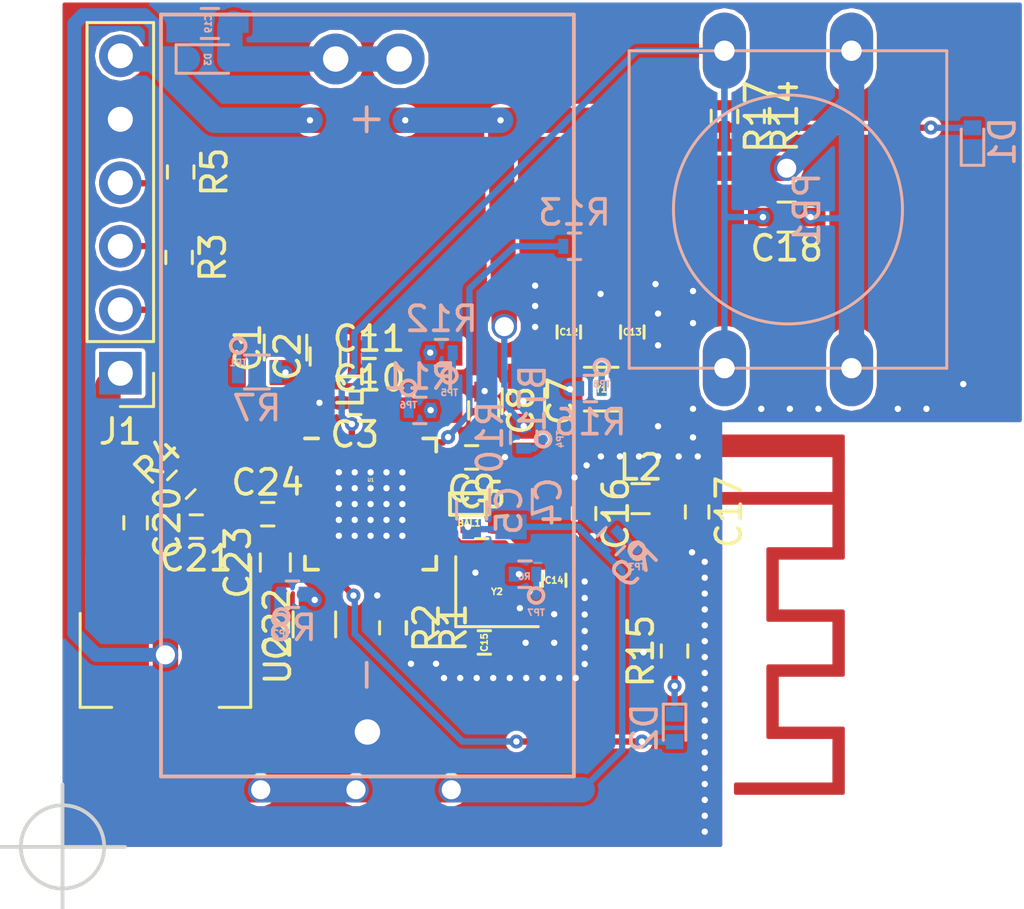
<source format=kicad_pcb>
(kicad_pcb (version 4) (host pcbnew 4.0.5)
  (layers (0 F.Cu signal hide) (31 B.Cu signal hide) (34 B.Paste user hide) (35 F.Paste user hide) (36 B.SilkS user hide) (37 F.SilkS user hide) (38 B.Mask user) (39 F.Mask user) (44 Edge.Cuts user))
  (net 0 "")
  (net 1 GND)
  (net 2 +3V3)
  (net 3 DIO10)
  (net 4 DIO9)
  (net 5 ADC1)
  (net 6 ADC2)
  (net 7 "Net-(C13-Pad2)")
  (net 8 "Net-(C1-Pad1)")
  (net 9 "Net-(C14-Pad2)")
  (net 10 "Net-(C15-Pad2)")
  (net 11 "Net-(L1-Pad1)")
  (net 12 "Net-(BT1-Pad1)")
  (net 13 "Net-(U1-Pad3)")
  (net 14 "Net-(U1-Pad5)")
  (net 15 "Net-(U1-Pad7)")
  (net 16 "Net-(U1-Pad8)")
  (net 17 "Net-(U1-Pad11)")
  (net 18 "Net-(U1-Pad12)")
  (net 19 "Net-(U1-Pad13)")
  (net 20 "Net-(U1-Pad29)")
  (net 21 "Net-(U1-Pad32)")
  (net 22 "Net-(BAL1-Pad3)")
  (net 23 "Net-(C10-Pad1)")
  (net 24 "Net-(C12-Pad2)")
  (net 25 "Net-(D1-Pad2)")
  (net 26 "Net-(D2-Pad1)")
  (net 27 DIO7)
  (net 28 "Net-(R9-Pad2)")
  (net 29 "Net-(R10-Pad2)")
  (net 30 "Net-(R11-Pad2)")
  (net 31 "Net-(R12-Pad1)")
  (net 32 /RF0)
  (net 33 /RF1)
  (net 34 /DIO12_BUTTON)
  (net 35 "Net-(C20-Pad2)")
  (net 36 "Net-(R6-Pad2)")
  (net 37 "Net-(R7-Pad1)")
  (net 38 "Net-(R8-Pad1)")
  (net 39 "Net-(R13-Pad2)")
  (net 40 "Net-(R16-Pad2)")
  (net 41 "Net-(U1-Pad14)")
  (net 42 /DIO2_LED)
  (net 43 "Net-(U1-Pad9)")
  (module STBNRG1 (layer F.Cu) (at 121.666 104.267)
    (fp_text reference U1 (at 0.00508 -0.9652) (layer F.SilkS) (effects (font (size 0.127 0.127) (thickness 0.03175))))
    (fp_text value STBlueNRG-1)
    (pad 1 smd rect (at -2.54 -1.75) (size 0.8128 0.254) (layers F.Cu F.Paste F.Mask) (net 3 DIO10))
    (pad 2 smd rect (at -2.54 -1.25) (size 0.8128 0.254) (layers F.Cu F.Paste F.Mask) (net 4 DIO9))
    (pad 3 smd rect (at -2.54 -0.75) (size 0.8128 0.254) (layers F.Cu F.Paste F.Mask) (net 13 "Net-(U1-Pad3)"))
    (pad 4 smd rect (at -2.54 -0.25) (size 0.8128 0.254) (layers F.Cu F.Paste F.Mask) (net 27 DIO7))
    (pad 5 smd rect (at -2.54 0.25) (size 0.8128 0.254) (layers F.Cu F.Paste F.Mask) (net 14 "Net-(U1-Pad5)"))
    (pad 6 smd rect (at -2.54 0.75) (size 0.8128 0.254) (layers F.Cu F.Paste F.Mask) (net 2 +3V3))
    (pad 7 smd rect (at -2.54 1.25) (size 0.8128 0.254) (layers F.Cu F.Paste F.Mask) (net 15 "Net-(U1-Pad7)"))
    (pad 8 smd rect (at -2.54 1.75) (size 0.8128 0.254) (layers F.Cu F.Paste F.Mask) (net 16 "Net-(U1-Pad8)"))
    (pad 9 smd rect (at -1.75 2.54 90) (size 0.8128 0.254) (layers F.Cu F.Paste F.Mask) (net 43 "Net-(U1-Pad9)"))
    (pad 10 smd rect (at -1.25 2.54 90) (size 0.8128 0.254) (layers F.Cu F.Paste F.Mask) (net 42 /DIO2_LED))
    (pad 11 smd rect (at -0.75 2.54 90) (size 0.8128 0.254) (layers F.Cu F.Paste F.Mask) (net 17 "Net-(U1-Pad11)"))
    (pad 12 smd rect (at -0.25 2.54 90) (size 0.8128 0.254) (layers F.Cu F.Paste F.Mask) (net 18 "Net-(U1-Pad12)"))
    (pad 13 smd rect (at 0.25 2.54 90) (size 0.8128 0.254) (layers F.Cu F.Paste F.Mask) (net 19 "Net-(U1-Pad13)"))
    (pad 14 smd rect (at 0.75 2.54 90) (size 0.8128 0.254) (layers F.Cu F.Paste F.Mask) (net 41 "Net-(U1-Pad14)"))
    (pad 15 smd rect (at 1.25 2.54 90) (size 0.8128 0.254) (layers F.Cu F.Paste F.Mask) (net 5 ADC1))
    (pad 16 smd rect (at 1.75 2.54 90) (size 0.8128 0.254) (layers F.Cu F.Paste F.Mask) (net 6 ADC2))
    (pad 17 smd rect (at 2.54 1.75) (size 0.8128 0.254) (layers F.Cu F.Paste F.Mask) (net 10 "Net-(C15-Pad2)"))
    (pad 18 smd rect (at 2.54 1.25) (size 0.8128 0.254) (layers F.Cu F.Paste F.Mask) (net 9 "Net-(C14-Pad2)"))
    (pad 19 smd rect (at 2.54 0.75) (size 0.8128 0.254) (layers F.Cu F.Paste F.Mask) (net 2 +3V3))
    (pad 20 smd rect (at 2.54 0.25) (size 0.8128 0.254) (layers F.Cu F.Paste F.Mask) (net 33 /RF1))
    (pad 21 smd rect (at 2.54 -0.25) (size 0.8128 0.254) (layers F.Cu F.Paste F.Mask) (net 32 /RF0))
    (pad 22 smd rect (at 2.54 -0.75) (size 0.8128 0.254) (layers F.Cu F.Paste F.Mask) (net 7 "Net-(C13-Pad2)"))
    (pad 23 smd rect (at 2.54 -1.25) (size 0.8128 0.254) (layers F.Cu F.Paste F.Mask) (net 24 "Net-(C12-Pad2)"))
    (pad 24 smd rect (at 2.54 -1.75) (size 0.8128 0.254) (layers F.Cu F.Paste F.Mask) (net 2 +3V3))
    (pad 25 smd rect (at 1.75 -2.54 90) (size 0.8128 0.254) (layers F.Cu F.Paste F.Mask) (net 39 "Net-(R13-Pad2)"))
    (pad 26 smd rect (at 1.25 -2.54 90) (size 0.8128 0.254) (layers F.Cu F.Paste F.Mask) (net 11 "Net-(L1-Pad1)"))
    (pad 27 smd rect (at 0.75 -2.54 90) (size 0.8128 0.254) (layers F.Cu F.Paste F.Mask) (net 23 "Net-(C10-Pad1)"))
    (pad 28 smd rect (at 0.25 -2.54 90) (size 0.8128 0.254) (layers F.Cu F.Paste F.Mask) (net 8 "Net-(C1-Pad1)"))
    (pad 29 smd rect (at -0.25 -2.54 90) (size 0.8128 0.254) (layers F.Cu F.Paste F.Mask) (net 20 "Net-(U1-Pad29)"))
    (pad 30 smd rect (at -0.75 -2.54 90) (size 0.8128 0.254) (layers F.Cu F.Paste F.Mask) (net 34 /DIO12_BUTTON))
    (pad 31 smd rect (at -1.27 -2.54 90) (size 0.8128 0.254) (layers F.Cu F.Paste F.Mask) (net 1 GND))
    (pad 32 smd rect (at -1.75 -2.54 90) (size 0.8128 0.254) (layers F.Cu F.Paste F.Mask) (net 21 "Net-(U1-Pad32)"))
    (pad 33 smd rect (at 0.8625 0.8625) (size 1.725 1.725) (layers F.Cu F.Paste F.Mask) (net 1 GND))
    (pad 33 smd rect (at 0.8625 -0.8625) (size 1.725 1.725) (layers F.Cu F.Paste F.Mask) (net 1 GND))
    (pad 33 smd rect (at -0.8625 0.8625) (size 1.725 1.725) (layers F.Cu F.Paste F.Mask) (net 1 GND))
    (pad 33 smd rect (at -0.8625 -0.8625) (size 1.725 1.725) (layers F.Cu F.Paste F.Mask) (net 1 GND))
  )
  (module Batteries:CoinCell_holder_1060x630 (layer B.Cu) (at 121.539 99.9236 270)
    (fp_text reference BT1 (at 0.127 -6.604 270) (layer B.SilkS) (effects (justify mirror)))
    (fp_text value Battery_Cell)
    (fp_text user - (at 11.176 0.127 270) (layer B.SilkS) (effects (font (size 1.27 1.27)) (justify mirror)))
    (fp_text user + (at -11.049 0.127 270) (layer B.SilkS) (effects (font (size 1.27 1.27)) (justify mirror)))
    (pad 1 thru_hole circle (at -13.462 -1.27 270) (size 2.032 2.032) (drill 1.016) (layers *.Cu *.Mask) (net 12 "Net-(BT1-Pad1)"))
    (pad 2 thru_hole circle (at -13.462 1.27 270) (size 2.032 2.032) (drill 1.016) (layers *.Cu *.Mask) (net 12 "Net-(BT1-Pad1)"))
    (pad 3 thru_hole circle (at 13.462 0 270) (size 2.032 2.032) (drill 1.016) (layers *.Cu *.Mask) (net 1 GND))
  )
  (module TO_SOT_Packages_SMD:SOT-223 (layer F.Cu) (at 113.4618 110.49 270)
    (fp_text reference U2 (at 0 -4.5 270) (layer F.SilkS))
    (fp_text value TLV1117LV-3V)
    (pad 4 smd rect (at 3.15 0 270) (size 2 3.8) (layers F.Cu F.Paste F.Mask) (net 2 +3V3))
    (pad 2 smd rect (at -3.15 0 270) (size 2 1.5) (layers F.Cu F.Paste F.Mask) (net 2 +3V3))
    (pad 3 smd rect (at -3.15 2.3 270) (size 2 1.5) (layers F.Cu F.Paste F.Mask) (net 35 "Net-(C20-Pad2)"))
    (pad 1 smd rect (at -3.15 -2.3 270) (size 2 1.5) (layers F.Cu F.Paste F.Mask) (net 1 GND))
  )
  (module Capacitors_SMD:C_0603_HandSoldering (layer F.Cu) (at 138.303 92.7862 180)
    (fp_text reference C18 (at 0 -1.25 180) (layer F.SilkS))
    (fp_text value 1uF)
    (pad 1 smd rect (at -0.95 0 180) (size 1.2 0.75) (layers F.Cu F.Paste F.Mask) (net 2 +3V3))
    (pad 2 smd rect (at 0.95 0 180) (size 1.2 0.75) (layers F.Cu F.Paste F.Mask) (net 34 /DIO12_BUTTON))
  )
  (module Miscellaneous:Via_Stitch_Dia0.356mm_Drill0.254mm (layer F.Cu) (at 126.2253 99.7458)
    (fp_text reference REF** hide)
    (fp_text value Via_Stitch_Dia0.356mm_Drill0.254mm)
    (pad 1 thru_hole circle (at 0 0) (size 0.356 0.356) (drill 0.254) (layers *.Cu) (net 1 GND))
  )
  (module Miscellaneous:Via_Stitch_Dia0.356mm_Drill0.254mm (layer B.Cu) (at 130.2258 108.0262)
    (fp_text reference REF** hide)
    (fp_text value Via_Stitch_Dia0.356mm_Drill0.254mm)
    (pad 1 thru_hole circle (at 0 0) (size 0.356 0.356) (drill 0.254) (layers *.Cu) (net 1 GND))
  )
  (module Miscellaneous:Via_Stitch_Dia0.356mm_Drill0.254mm (layer B.Cu) (at 130.2258 107.3658 90)
    (fp_text reference REF** hide)
    (fp_text value Via_Stitch_Dia0.356mm_Drill0.254mm)
    (pad 1 thru_hole circle (at 0 0 90) (size 0.356 0.356) (drill 0.254) (layers *.Cu) (net 1 GND))
  )
  (module Miscellaneous:Via_Stitch_Dia0.356mm_Drill0.254mm (layer B.Cu) (at 130.2258 108.6866)
    (fp_text reference REF** hide)
    (fp_text value Via_Stitch_Dia0.356mm_Drill0.254mm)
    (pad 1 thru_hole circle (at 0 0) (size 0.356 0.356) (drill 0.254) (layers *.Cu) (net 1 GND))
  )
  (module Miscellaneous:Via_Stitch_Dia0.356mm_Drill0.254mm (layer B.Cu) (at 135.0264 112.9284 90)
    (fp_text reference REF** hide)
    (fp_text value Via_Stitch_Dia0.356mm_Drill0.254mm)
    (pad 1 thru_hole circle (at 0 0 90) (size 0.356 0.356) (drill 0.254) (layers *.Cu) (net 1 GND))
  )
  (module Miscellaneous:Via_Stitch_Dia0.356mm_Drill0.254mm (layer B.Cu) (at 135.0264 110.3884 90)
    (fp_text reference REF** hide)
    (fp_text value Via_Stitch_Dia0.356mm_Drill0.254mm)
    (pad 1 thru_hole circle (at 0 0 90) (size 0.356 0.356) (drill 0.254) (layers *.Cu) (net 1 GND))
  )
  (module Miscellaneous:Via_Stitch_Dia0.356mm_Drill0.254mm (layer B.Cu) (at 135.0264 107.2134 90)
    (fp_text reference REF** hide)
    (fp_text value Via_Stitch_Dia0.356mm_Drill0.254mm)
    (pad 1 thru_hole circle (at 0 0 90) (size 0.356 0.356) (drill 0.254) (layers *.Cu) (net 1 GND))
  )
  (module Miscellaneous:Via_Stitch_Dia0.356mm_Drill0.254mm (layer B.Cu) (at 135.0264 106.5784 90)
    (fp_text reference REF** hide)
    (fp_text value Via_Stitch_Dia0.356mm_Drill0.254mm)
    (pad 1 thru_hole circle (at 0 0 90) (size 0.356 0.356) (drill 0.254) (layers *.Cu) (net 1 GND))
  )
  (module Miscellaneous:Via_Stitch_Dia0.356mm_Drill0.254mm (layer B.Cu) (at 135.0264 109.7534 90)
    (fp_text reference REF** hide)
    (fp_text value Via_Stitch_Dia0.356mm_Drill0.254mm)
    (pad 1 thru_hole circle (at 0 0 90) (size 0.356 0.356) (drill 0.254) (layers *.Cu) (net 1 GND))
  )
  (module Miscellaneous:Via_Stitch_Dia0.356mm_Drill0.254mm (layer B.Cu) (at 135.0264 111.6584 90)
    (fp_text reference REF** hide)
    (fp_text value Via_Stitch_Dia0.356mm_Drill0.254mm)
    (pad 1 thru_hole circle (at 0 0 90) (size 0.356 0.356) (drill 0.254) (layers *.Cu) (net 1 GND))
  )
  (module Miscellaneous:Via_Stitch_Dia0.356mm_Drill0.254mm (layer B.Cu) (at 135.0264 112.2934 90)
    (fp_text reference REF** hide)
    (fp_text value Via_Stitch_Dia0.356mm_Drill0.254mm)
    (pad 1 thru_hole circle (at 0 0 90) (size 0.356 0.356) (drill 0.254) (layers *.Cu) (net 1 GND))
  )
  (module Miscellaneous:Via_Stitch_Dia0.356mm_Drill0.254mm (layer B.Cu) (at 135.0264 109.1184 90)
    (fp_text reference REF** hide)
    (fp_text value Via_Stitch_Dia0.356mm_Drill0.254mm)
    (pad 1 thru_hole circle (at 0 0 90) (size 0.356 0.356) (drill 0.254) (layers *.Cu) (net 1 GND))
  )
  (module Miscellaneous:Via_Stitch_Dia0.356mm_Drill0.254mm (layer B.Cu) (at 135.0264 107.8484 90)
    (fp_text reference REF** hide)
    (fp_text value Via_Stitch_Dia0.356mm_Drill0.254mm)
    (pad 1 thru_hole circle (at 0 0 90) (size 0.356 0.356) (drill 0.254) (layers *.Cu) (net 1 GND))
  )
  (module Miscellaneous:Via_Stitch_Dia0.356mm_Drill0.254mm (layer B.Cu) (at 135.0264 108.4834 90)
    (fp_text reference REF** hide)
    (fp_text value Via_Stitch_Dia0.356mm_Drill0.254mm)
    (pad 1 thru_hole circle (at 0 0 90) (size 0.356 0.356) (drill 0.254) (layers *.Cu) (net 1 GND))
  )
  (module Miscellaneous:Via_Stitch_Dia0.356mm_Drill0.254mm (layer B.Cu) (at 135.0264 111.0234 90)
    (fp_text reference REF** hide)
    (fp_text value Via_Stitch_Dia0.356mm_Drill0.254mm)
    (pad 1 thru_hole circle (at 0 0 90) (size 0.356 0.356) (drill 0.254) (layers *.Cu) (net 1 GND))
  )
  (module Miscellaneous:Via_Stitch_Dia0.356mm_Drill0.254mm (layer B.Cu) (at 130.2258 110.6678 90)
    (fp_text reference REF** hide)
    (fp_text value Via_Stitch_Dia0.356mm_Drill0.254mm)
    (pad 1 thru_hole circle (at 0 0 90) (size 0.356 0.356) (drill 0.254) (layers *.Cu) (net 1 GND))
  )
  (module Miscellaneous:Via_Stitch_Dia0.356mm_Drill0.254mm (layer B.Cu) (at 135.0264 114.1984 90)
    (fp_text reference REF** hide)
    (fp_text value Via_Stitch_Dia0.356mm_Drill0.254mm)
    (pad 1 thru_hole circle (at 0 0 90) (size 0.356 0.356) (drill 0.254) (layers *.Cu) (net 1 GND))
  )
  (module Miscellaneous:Via_Stitch_Dia0.356mm_Drill0.254mm (layer B.Cu) (at 125.9078 111.2266 90)
    (fp_text reference REF** hide)
    (fp_text value Via_Stitch_Dia0.356mm_Drill0.254mm)
    (pad 1 thru_hole circle (at 0 0 90) (size 0.356 0.356) (drill 0.254) (layers *.Cu) (net 1 GND))
  )
  (module Miscellaneous:Via_Stitch_Dia0.356mm_Drill0.254mm (layer B.Cu) (at 135.0264 113.5634 90)
    (fp_text reference REF** hide)
    (fp_text value Via_Stitch_Dia0.356mm_Drill0.254mm)
    (pad 1 thru_hole circle (at 0 0 90) (size 0.356 0.356) (drill 0.254) (layers *.Cu) (net 1 GND))
  )
  (module Miscellaneous:Via_Stitch_Dia0.356mm_Drill0.254mm (layer B.Cu) (at 127.889 111.2266 90)
    (fp_text reference REF** hide)
    (fp_text value Via_Stitch_Dia0.356mm_Drill0.254mm)
    (pad 1 thru_hole circle (at 0 0 90) (size 0.356 0.356) (drill 0.254) (layers *.Cu) (net 1 GND))
  )
  (module Miscellaneous:Via_Stitch_Dia0.356mm_Drill0.254mm (layer B.Cu) (at 130.302 102.7176 90)
    (fp_text reference REF** hide)
    (fp_text value Via_Stitch_Dia0.356mm_Drill0.254mm)
    (pad 1 thru_hole circle (at 0 0 90) (size 0.356 0.356) (drill 0.254) (layers *.Cu) (net 1 GND))
  )
  (module Miscellaneous:Via_Stitch_Dia0.356mm_Drill0.254mm (layer B.Cu) (at 128.2446 95.5294 90)
    (fp_text reference REF** hide)
    (fp_text value Via_Stitch_Dia0.356mm_Drill0.254mm)
    (pad 1 thru_hole circle (at 0 0 90) (size 0.356 0.356) (drill 0.254) (layers *.Cu) (net 1 GND))
  )
  (module Miscellaneous:Via_Stitch_Dia0.356mm_Drill0.254mm (layer B.Cu) (at 128.5494 111.2266 90)
    (fp_text reference REF** hide)
    (fp_text value Via_Stitch_Dia0.356mm_Drill0.254mm)
    (pad 1 thru_hole circle (at 0 0 90) (size 0.356 0.356) (drill 0.254) (layers *.Cu) (net 1 GND))
  )
  (module Miscellaneous:Via_Stitch_Dia0.356mm_Drill0.254mm (layer B.Cu) (at 126.5682 111.2266 90)
    (fp_text reference REF** hide)
    (fp_text value Via_Stitch_Dia0.356mm_Drill0.254mm)
    (pad 1 thru_hole circle (at 0 0 90) (size 0.356 0.356) (drill 0.254) (layers *.Cu) (net 1 GND))
  )
  (module Miscellaneous:Via_Stitch_Dia0.356mm_Drill0.254mm (layer B.Cu) (at 127.2286 111.2266 90)
    (fp_text reference REF** hide)
    (fp_text value Via_Stitch_Dia0.356mm_Drill0.254mm)
    (pad 1 thru_hole circle (at 0 0 90) (size 0.356 0.356) (drill 0.254) (layers *.Cu) (net 1 GND))
  )
  (module Miscellaneous:Via_Stitch_Dia0.356mm_Drill0.254mm (layer B.Cu) (at 129.2098 111.2266 90)
    (fp_text reference REF** hide)
    (fp_text value Via_Stitch_Dia0.356mm_Drill0.254mm)
    (pad 1 thru_hole circle (at 0 0 90) (size 0.356 0.356) (drill 0.254) (layers *.Cu) (net 1 GND))
  )
  (module Miscellaneous:Via_Stitch_Dia0.356mm_Drill0.254mm (layer B.Cu) (at 130.2258 109.347 90)
    (fp_text reference REF** hide)
    (fp_text value Via_Stitch_Dia0.356mm_Drill0.254mm)
    (pad 1 thru_hole circle (at 0 0 90) (size 0.356 0.356) (drill 0.254) (layers *.Cu) (net 1 GND))
  )
  (module Miscellaneous:Via_Stitch_Dia0.356mm_Drill0.254mm (layer F.Cu) (at 125.2474 111.2266 270)
    (fp_text reference REF** hide)
    (fp_text value Via_Stitch_Dia0.356mm_Drill0.254mm)
    (pad 1 thru_hole circle (at 0 0 270) (size 0.356 0.356) (drill 0.254) (layers *.Cu) (net 1 GND))
  )
  (module Miscellaneous:Via_Stitch_Dia0.356mm_Drill0.254mm (layer B.Cu) (at 135.0264 114.8334 90)
    (fp_text reference REF** hide)
    (fp_text value Via_Stitch_Dia0.356mm_Drill0.254mm)
    (pad 1 thru_hole circle (at 0 0 90) (size 0.356 0.356) (drill 0.254) (layers *.Cu) (net 1 GND))
  )
  (module Miscellaneous:Via_Stitch_Dia0.356mm_Drill0.254mm (layer B.Cu) (at 135.0264 115.4684 90)
    (fp_text reference REF** hide)
    (fp_text value Via_Stitch_Dia0.356mm_Drill0.254mm)
    (pad 1 thru_hole circle (at 0 0 90) (size 0.356 0.356) (drill 0.254) (layers *.Cu) (net 1 GND))
  )
  (module Miscellaneous:Via_Stitch_Dia0.356mm_Drill0.254mm (layer B.Cu) (at 124.5997 111.2266 90)
    (fp_text reference REF** hide)
    (fp_text value Via_Stitch_Dia0.356mm_Drill0.254mm)
    (pad 1 thru_hole circle (at 0 0 90) (size 0.356 0.356) (drill 0.254) (layers *.Cu) (net 1 GND))
  )
  (module Miscellaneous:Via_Stitch_Dia0.356mm_Drill0.254mm (layer B.Cu) (at 135.0264 116.7384 90)
    (fp_text reference REF** hide)
    (fp_text value Via_Stitch_Dia0.356mm_Drill0.254mm)
    (pad 1 thru_hole circle (at 0 0 90) (size 0.356 0.356) (drill 0.254) (layers *.Cu) (net 1 GND))
  )
  (module Miscellaneous:Via_Stitch_Dia0.356mm_Drill0.254mm (layer B.Cu) (at 135.0264 117.3734 90)
    (fp_text reference REF** hide)
    (fp_text value Via_Stitch_Dia0.356mm_Drill0.254mm)
    (pad 1 thru_hole circle (at 0 0 90) (size 0.356 0.356) (drill 0.254) (layers *.Cu) (net 1 GND))
  )
  (module Miscellaneous:Via_Stitch_Dia0.356mm_Drill0.254mm (layer B.Cu) (at 129.8702 111.2266 90)
    (fp_text reference REF** hide)
    (fp_text value Via_Stitch_Dia0.356mm_Drill0.254mm)
    (pad 1 thru_hole circle (at 0 0 90) (size 0.356 0.356) (drill 0.254) (layers *.Cu) (net 1 GND))
  )
  (module Miscellaneous:Via_Stitch_Dia0.356mm_Drill0.254mm (layer B.Cu) (at 134.5184 106.1974)
    (fp_text reference REF** hide)
    (fp_text value Via_Stitch_Dia0.356mm_Drill0.254mm)
    (pad 1 thru_hole circle (at 0 0) (size 0.356 0.356) (drill 0.254) (layers *.Cu) (net 1 GND))
  )
  (module Miscellaneous:Via_Stitch_Dia0.356mm_Drill0.254mm (layer B.Cu) (at 138.43 100.457)
    (fp_text reference REF** hide)
    (fp_text value Via_Stitch_Dia0.356mm_Drill0.254mm)
    (pad 1 thru_hole circle (at 0 0) (size 0.356 0.356) (drill 0.254) (layers *.Cu) (net 1 GND))
  )
  (module Miscellaneous:Via_Stitch_Dia0.356mm_Drill0.254mm (layer B.Cu) (at 137.287 100.457)
    (fp_text reference REF** hide)
    (fp_text value Via_Stitch_Dia0.356mm_Drill0.254mm)
    (pad 1 thru_hole circle (at 0 0) (size 0.356 0.356) (drill 0.254) (layers *.Cu) (net 1 GND))
  )
  (module Miscellaneous:Via_Stitch_Dia0.356mm_Drill0.254mm (layer B.Cu) (at 134.747 102.362)
    (fp_text reference REF** hide)
    (fp_text value Via_Stitch_Dia0.356mm_Drill0.254mm)
    (pad 1 thru_hole circle (at 0 0) (size 0.356 0.356) (drill 0.254) (layers *.Cu) (net 1 GND))
  )
  (module Miscellaneous:Via_Stitch_Dia0.356mm_Drill0.254mm (layer B.Cu) (at 133.985 102.362)
    (fp_text reference REF** hide)
    (fp_text value Via_Stitch_Dia0.356mm_Drill0.254mm)
    (pad 1 thru_hole circle (at 0 0) (size 0.356 0.356) (drill 0.254) (layers *.Cu) (net 1 GND))
  )
  (module Miscellaneous:Via_Stitch_Dia0.356mm_Drill0.254mm (layer B.Cu) (at 133.1595 102.362)
    (fp_text reference REF** hide)
    (fp_text value Via_Stitch_Dia0.356mm_Drill0.254mm)
    (pad 1 thru_hole circle (at 0 0) (size 0.356 0.356) (drill 0.254) (layers *.Cu) (net 1 GND))
  )
  (module Miscellaneous:Via_Stitch_Dia0.356mm_Drill0.254mm (layer B.Cu) (at 132.3975 102.362)
    (fp_text reference REF** hide)
    (fp_text value Via_Stitch_Dia0.356mm_Drill0.254mm)
    (pad 1 thru_hole circle (at 0 0) (size 0.356 0.356) (drill 0.254) (layers *.Cu) (net 1 GND))
  )
  (module Miscellaneous:Via_Stitch_Dia0.356mm_Drill0.254mm (layer B.Cu) (at 133.1595 101.1555)
    (fp_text reference REF** hide)
    (fp_text value Via_Stitch_Dia0.356mm_Drill0.254mm)
    (pad 1 thru_hole circle (at 0 0) (size 0.356 0.356) (drill 0.254) (layers *.Cu) (net 1 GND))
  )
  (module Miscellaneous:Via_Stitch_Dia0.356mm_Drill0.254mm (layer B.Cu) (at 133.1595 97.917)
    (fp_text reference REF** hide)
    (fp_text value Via_Stitch_Dia0.356mm_Drill0.254mm)
    (pad 1 thru_hole circle (at 0 0) (size 0.356 0.356) (drill 0.254) (layers *.Cu) (net 1 GND))
  )
  (module Miscellaneous:Via_Stitch_Dia0.356mm_Drill0.254mm (layer B.Cu) (at 133.1595 96.647)
    (fp_text reference REF** hide)
    (fp_text value Via_Stitch_Dia0.356mm_Drill0.254mm)
    (pad 1 thru_hole circle (at 0 0) (size 0.356 0.356) (drill 0.254) (layers *.Cu) (net 1 GND))
  )
  (module Miscellaneous:Via_Stitch_Dia0.356mm_Drill0.254mm (layer F.Cu) (at 143.891 100.457)
    (fp_text reference REF** hide)
    (fp_text value Via_Stitch_Dia0.356mm_Drill0.254mm)
    (pad 1 thru_hole circle (at 0 0) (size 0.356 0.356) (drill 0.254) (layers *.Cu) (net 1 GND))
  )
  (module Miscellaneous:Via_Stitch_Dia0.356mm_Drill0.254mm (layer F.Cu) (at 129.8194 103.2002)
    (fp_text reference REF** hide)
    (fp_text value Via_Stitch_Dia0.356mm_Drill0.254mm)
    (pad 1 thru_hole circle (at 0 0) (size 0.356 0.356) (drill 0.254) (layers *.Cu) (net 1 GND))
  )
  (module Miscellaneous:Via_Stitch_Dia0.356mm_Drill0.254mm (layer F.Cu) (at 119.6213 100.2157)
    (fp_text reference REF** hide)
    (fp_text value Via_Stitch_Dia0.356mm_Drill0.254mm)
    (pad 1 thru_hole circle (at 0 0) (size 0.356 0.356) (drill 0.254) (layers *.Cu) (net 1 GND))
  )
  (module Miscellaneous:Via_Stitch_Dia0.356mm_Drill0.254mm (layer F.Cu) (at 127.0381 102.3874)
    (fp_text reference REF** hide)
    (fp_text value Via_Stitch_Dia0.356mm_Drill0.254mm)
    (pad 1 thru_hole circle (at 0 0) (size 0.356 0.356) (drill 0.254) (layers *.Cu) (net 1 GND))
  )
  (module Miscellaneous:Via_Stitch_Dia0.356mm_Drill0.254mm (layer F.Cu) (at 145.3642 99.4664)
    (fp_text reference REF** hide)
    (fp_text value Via_Stitch_Dia0.356mm_Drill0.254mm)
    (pad 1 thru_hole circle (at 0 0) (size 0.356 0.356) (drill 0.254) (layers *.Cu) (net 1 GND))
  )
  (module Miscellaneous:Via_Stitch_Dia0.356mm_Drill0.254mm (layer F.Cu) (at 128.2446 97.1804)
    (fp_text reference REF** hide)
    (fp_text value Via_Stitch_Dia0.356mm_Drill0.254mm)
    (pad 1 thru_hole circle (at 0 0) (size 0.356 0.356) (drill 0.254) (layers *.Cu) (net 1 GND))
  )
  (module Miscellaneous:Via_Stitch_Dia0.356mm_Drill0.254mm (layer F.Cu) (at 124.2822 110.6551)
    (fp_text reference REF** hide)
    (fp_text value Via_Stitch_Dia0.356mm_Drill0.254mm)
    (pad 1 thru_hole circle (at 0 0) (size 0.356 0.356) (drill 0.254) (layers *.Cu) (net 1 GND))
  )
  (module Miscellaneous:Via_Stitch_Dia0.356mm_Drill0.254mm (layer B.Cu) (at 127.635 108.4326)
    (fp_text reference REF** hide)
    (fp_text value Via_Stitch_Dia0.356mm_Drill0.254mm)
    (pad 1 thru_hole circle (at 0 0) (size 0.356 0.356) (drill 0.254) (layers *.Cu) (net 1 GND))
  )
  (module Miscellaneous:Via_Stitch_Dia0.356mm_Drill0.254mm (layer B.Cu) (at 125.857 107.0102)
    (fp_text reference REF** hide)
    (fp_text value Via_Stitch_Dia0.356mm_Drill0.254mm)
    (pad 1 thru_hole circle (at 0 0) (size 0.356 0.356) (drill 0.254) (layers *.Cu) (net 1 GND))
  )
  (module Miscellaneous:Via_Stitch_Dia0.356mm_Drill0.254mm (layer B.Cu) (at 121.9327 107.9246)
    (fp_text reference REF** hide)
    (fp_text value Via_Stitch_Dia0.356mm_Drill0.254mm)
    (pad 1 thru_hole circle (at 0 0) (size 0.356 0.356) (drill 0.254) (layers *.Cu) (net 1 GND))
  )
  (module Miscellaneous:Via_Stitch_Dia0.356mm_Drill0.254mm (layer B.Cu) (at 129.0066 109.8169)
    (fp_text reference REF** hide)
    (fp_text value Via_Stitch_Dia0.356mm_Drill0.254mm)
    (pad 1 thru_hole circle (at 0 0) (size 0.356 0.356) (drill 0.254) (layers *.Cu) (net 1 GND))
  )
  (module Miscellaneous:Via_Stitch_Dia0.356mm_Drill0.254mm (layer B.Cu) (at 123.2789 110.6551)
    (fp_text reference REF** hide)
    (fp_text value Via_Stitch_Dia0.356mm_Drill0.254mm)
    (pad 1 thru_hole circle (at 0 0) (size 0.356 0.356) (drill 0.254) (layers *.Cu) (net 1 GND))
  )
  (module Miscellaneous:Via_Stitch_Dia0.356mm_Drill0.254mm (layer B.Cu) (at 129.0066 108.6739)
    (fp_text reference REF** hide)
    (fp_text value Via_Stitch_Dia0.356mm_Drill0.254mm)
    (pad 1 thru_hole circle (at 0 0) (size 0.356 0.356) (drill 0.254) (layers *.Cu) (net 1 GND))
  )
  (module Miscellaneous:Via_Stitch_Dia0.356mm_Drill0.254mm (layer B.Cu) (at 135.0264 116.1034 90)
    (fp_text reference REF** hide)
    (fp_text value Via_Stitch_Dia0.356mm_Drill0.254mm)
    (pad 1 thru_hole circle (at 0 0 90) (size 0.356 0.356) (drill 0.254) (layers *.Cu) (net 1 GND))
  )
  (module Miscellaneous:Via_Stitch_Dia0.356mm_Drill0.254mm (layer B.Cu) (at 127.8636 109.8169)
    (fp_text reference REF** hide)
    (fp_text value Via_Stitch_Dia0.356mm_Drill0.254mm)
    (pad 1 thru_hole circle (at 0 0) (size 0.356 0.356) (drill 0.254) (layers *.Cu) (net 1 GND))
  )
  (module Miscellaneous:Via_Stitch_Dia0.356mm_Drill0.254mm (layer B.Cu) (at 132.5753 110.1979 90)
    (fp_text reference REF** hide)
    (fp_text value Via_Stitch_Dia0.356mm_Drill0.254mm)
    (pad 1 thru_hole circle (at 0 0 90) (size 0.356 0.356) (drill 0.254) (layers *.Cu) (net 1 GND))
  )
  (module Miscellaneous:Via_Stitch_Dia0.356mm_Drill0.254mm (layer B.Cu) (at 130.2258 110.0074)
    (fp_text reference REF** hide)
    (fp_text value Via_Stitch_Dia0.356mm_Drill0.254mm)
    (pad 1 thru_hole circle (at 0 0) (size 0.356 0.356) (drill 0.254) (layers *.Cu) (net 1 GND))
  )
  (module Miscellaneous:Via_Stitch_Dia0.356mm_Drill0.254mm (layer B.Cu) (at 127.7747 100.1522)
    (fp_text reference REF** hide)
    (fp_text value Via_Stitch_Dia0.356mm_Drill0.254mm)
    (pad 1 thru_hole circle (at 0 0) (size 0.356 0.356) (drill 0.254) (layers *.Cu) (net 1 GND))
  )
  (module Miscellaneous:Via_Stitch_Dia0.356mm_Drill0.254mm (layer B.Cu) (at 134.5565 97.028)
    (fp_text reference REF** hide)
    (fp_text value Via_Stitch_Dia0.356mm_Drill0.254mm)
    (pad 1 thru_hole circle (at 0 0) (size 0.356 0.356) (drill 0.254) (layers *.Cu) (net 1 GND))
  )
  (module Miscellaneous:Via_Stitch_Dia0.356mm_Drill0.254mm (layer B.Cu) (at 133.0579 95.4659)
    (fp_text reference REF** hide)
    (fp_text value Via_Stitch_Dia0.356mm_Drill0.254mm)
    (pad 1 thru_hole circle (at 0 0) (size 0.356 0.356) (drill 0.254) (layers *.Cu) (net 1 GND))
  )
  (module Miscellaneous:Via_Stitch_Dia0.356mm_Drill0.254mm (layer B.Cu) (at 142.748 100.457)
    (fp_text reference REF** hide)
    (fp_text value Via_Stitch_Dia0.356mm_Drill0.254mm)
    (pad 1 thru_hole circle (at 0 0) (size 0.356 0.356) (drill 0.254) (layers *.Cu) (net 1 GND))
  )
  (module Miscellaneous:Via_Stitch_Dia0.356mm_Drill0.254mm (layer B.Cu) (at 134.5565 100.457)
    (fp_text reference REF** hide)
    (fp_text value Via_Stitch_Dia0.356mm_Drill0.254mm)
    (pad 1 thru_hole circle (at 0 0) (size 0.356 0.356) (drill 0.254) (layers *.Cu) (net 1 GND))
  )
  (module Miscellaneous:Via_Stitch_Dia0.356mm_Drill0.254mm (layer B.Cu) (at 134.5565 101.6)
    (fp_text reference REF** hide)
    (fp_text value Via_Stitch_Dia0.356mm_Drill0.254mm)
    (pad 1 thru_hole circle (at 0 0) (size 0.356 0.356) (drill 0.254) (layers *.Cu) (net 1 GND))
  )
  (module Miscellaneous:Via_Stitch_Dia0.356mm_Drill0.254mm (layer B.Cu) (at 131.6355 102.362)
    (fp_text reference REF** hide)
    (fp_text value Via_Stitch_Dia0.356mm_Drill0.254mm)
    (pad 1 thru_hole circle (at 0 0) (size 0.356 0.356) (drill 0.254) (layers *.Cu) (net 1 GND))
  )
  (module Miscellaneous:Via_Stitch_Dia0.356mm_Drill0.254mm (layer B.Cu) (at 130.8735 102.362)
    (fp_text reference REF** hide)
    (fp_text value Via_Stitch_Dia0.356mm_Drill0.254mm)
    (pad 1 thru_hole circle (at 0 0) (size 0.356 0.356) (drill 0.254) (layers *.Cu) (net 1 GND))
  )
  (module Miscellaneous:Via_Stitch_Dia0.356mm_Drill0.254mm (layer B.Cu) (at 130.8608 95.8596)
    (fp_text reference REF** hide)
    (fp_text value Via_Stitch_Dia0.356mm_Drill0.254mm)
    (pad 1 thru_hole circle (at 0 0) (size 0.356 0.356) (drill 0.254) (layers *.Cu) (net 1 GND))
  )
  (module Miscellaneous:Via_Stitch_Dia0.356mm_Drill0.254mm (layer B.Cu) (at 134.5565 95.7453)
    (fp_text reference REF** hide)
    (fp_text value Via_Stitch_Dia0.356mm_Drill0.254mm)
    (pad 1 thru_hole circle (at 0 0) (size 0.356 0.356) (drill 0.254) (layers *.Cu) (net 1 GND))
  )
  (module Miscellaneous:Via_Stitch_Dia0.356mm_Drill0.254mm (layer B.Cu) (at 139.573 100.457)
    (fp_text reference REF** hide)
    (fp_text value Via_Stitch_Dia0.356mm_Drill0.254mm)
    (pad 1 thru_hole circle (at 0 0) (size 0.356 0.356) (drill 0.254) (layers *.Cu) (net 1 GND))
  )
  (module Miscellaneous:Via_Stitch_Dia0.356mm_Drill0.254mm (layer B.Cu) (at 128.2446 96.3422)
    (fp_text reference REF** hide)
    (fp_text value Via_Stitch_Dia0.356mm_Drill0.254mm)
    (pad 1 thru_hole circle (at 0 0) (size 0.356 0.356) (drill 0.254) (layers *.Cu) (net 1 GND))
  )
  (module Miscellaneous:Via_Stitch_Dia0.356mm_Drill0.254mm (layer F.Cu) (at 122.936 105.537)
    (fp_text reference REF** hide)
    (fp_text value Via_Stitch_Dia0.356mm_Drill0.254mm)
    (pad 1 thru_hole circle (at 0 0) (size 0.356 0.356) (drill 0.254) (layers *.Cu) (net 1 GND))
  )
  (module Miscellaneous:Via_Stitch_Dia0.356mm_Drill0.254mm (layer F.Cu) (at 122.301 105.537)
    (fp_text reference REF** hide)
    (fp_text value Via_Stitch_Dia0.356mm_Drill0.254mm)
    (pad 1 thru_hole circle (at 0 0) (size 0.356 0.356) (drill 0.254) (layers *.Cu) (net 1 GND))
  )
  (module Miscellaneous:Via_Stitch_Dia0.356mm_Drill0.254mm (layer F.Cu) (at 121.666 105.537)
    (fp_text reference REF** hide)
    (fp_text value Via_Stitch_Dia0.356mm_Drill0.254mm)
    (pad 1 thru_hole circle (at 0 0) (size 0.356 0.356) (drill 0.254) (layers *.Cu) (net 1 GND))
  )
  (module Miscellaneous:Via_Stitch_Dia0.356mm_Drill0.254mm (layer F.Cu) (at 121.031 105.537)
    (fp_text reference REF** hide)
    (fp_text value Via_Stitch_Dia0.356mm_Drill0.254mm)
    (pad 1 thru_hole circle (at 0 0) (size 0.356 0.356) (drill 0.254) (layers *.Cu) (net 1 GND))
  )
  (module Miscellaneous:Via_Stitch_Dia0.356mm_Drill0.254mm (layer F.Cu) (at 120.396 105.537)
    (fp_text reference REF** hide)
    (fp_text value Via_Stitch_Dia0.356mm_Drill0.254mm)
    (pad 1 thru_hole circle (at 0 0) (size 0.356 0.356) (drill 0.254) (layers *.Cu) (net 1 GND))
  )
  (module Miscellaneous:Via_Stitch_Dia0.356mm_Drill0.254mm (layer F.Cu) (at 120.396 104.902)
    (fp_text reference REF** hide)
    (fp_text value Via_Stitch_Dia0.356mm_Drill0.254mm)
    (pad 1 thru_hole circle (at 0 0) (size 0.356 0.356) (drill 0.254) (layers *.Cu) (net 1 GND))
  )
  (module Miscellaneous:Via_Stitch_Dia0.356mm_Drill0.254mm (layer F.Cu) (at 121.031 104.902)
    (fp_text reference REF** hide)
    (fp_text value Via_Stitch_Dia0.356mm_Drill0.254mm)
    (pad 1 thru_hole circle (at 0 0) (size 0.356 0.356) (drill 0.254) (layers *.Cu) (net 1 GND))
  )
  (module Miscellaneous:Via_Stitch_Dia0.356mm_Drill0.254mm (layer F.Cu) (at 121.666 104.902)
    (fp_text reference REF** hide)
    (fp_text value Via_Stitch_Dia0.356mm_Drill0.254mm)
    (pad 1 thru_hole circle (at 0 0) (size 0.356 0.356) (drill 0.254) (layers *.Cu) (net 1 GND))
  )
  (module Miscellaneous:Via_Stitch_Dia0.356mm_Drill0.254mm (layer F.Cu) (at 122.301 104.902)
    (fp_text reference REF** hide)
    (fp_text value Via_Stitch_Dia0.356mm_Drill0.254mm)
    (pad 1 thru_hole circle (at 0 0) (size 0.356 0.356) (drill 0.254) (layers *.Cu) (net 1 GND))
  )
  (module Miscellaneous:Via_Stitch_Dia0.356mm_Drill0.254mm (layer F.Cu) (at 122.936 104.902)
    (fp_text reference REF** hide)
    (fp_text value Via_Stitch_Dia0.356mm_Drill0.254mm)
    (pad 1 thru_hole circle (at 0 0) (size 0.356 0.356) (drill 0.254) (layers *.Cu) (net 1 GND))
  )
  (module Miscellaneous:Via_Stitch_Dia0.356mm_Drill0.254mm (layer F.Cu) (at 122.936 104.267)
    (fp_text reference REF** hide)
    (fp_text value Via_Stitch_Dia0.356mm_Drill0.254mm)
    (pad 1 thru_hole circle (at 0 0) (size 0.356 0.356) (drill 0.254) (layers *.Cu) (net 1 GND))
  )
  (module Miscellaneous:Via_Stitch_Dia0.356mm_Drill0.254mm (layer F.Cu) (at 122.301 104.267)
    (fp_text reference REF** hide)
    (fp_text value Via_Stitch_Dia0.356mm_Drill0.254mm)
    (pad 1 thru_hole circle (at 0 0) (size 0.356 0.356) (drill 0.254) (layers *.Cu) (net 1 GND))
  )
  (module Miscellaneous:Via_Stitch_Dia0.356mm_Drill0.254mm (layer F.Cu) (at 121.666 104.267)
    (fp_text reference REF** hide)
    (fp_text value Via_Stitch_Dia0.356mm_Drill0.254mm)
    (pad 1 thru_hole circle (at 0 0) (size 0.356 0.356) (drill 0.254) (layers *.Cu) (net 1 GND))
  )
  (module Miscellaneous:Via_Stitch_Dia0.356mm_Drill0.254mm (layer F.Cu) (at 121.031 104.267)
    (fp_text reference REF** hide)
    (fp_text value Via_Stitch_Dia0.356mm_Drill0.254mm)
    (pad 1 thru_hole circle (at 0 0) (size 0.356 0.356) (drill 0.254) (layers *.Cu) (net 1 GND))
  )
  (module Miscellaneous:Via_Stitch_Dia0.356mm_Drill0.254mm (layer F.Cu) (at 120.396 104.267)
    (fp_text reference REF** hide)
    (fp_text value Via_Stitch_Dia0.356mm_Drill0.254mm)
    (pad 1 thru_hole circle (at 0 0) (size 0.356 0.356) (drill 0.254) (layers *.Cu) (net 1 GND))
  )
  (module Miscellaneous:Via_Stitch_Dia0.356mm_Drill0.254mm (layer F.Cu) (at 120.396 103.632)
    (fp_text reference REF** hide)
    (fp_text value Via_Stitch_Dia0.356mm_Drill0.254mm)
    (pad 1 thru_hole circle (at 0 0) (size 0.356 0.356) (drill 0.254) (layers *.Cu) (net 1 GND))
  )
  (module Miscellaneous:Via_Stitch_Dia0.356mm_Drill0.254mm (layer F.Cu) (at 121.031 103.632)
    (fp_text reference REF** hide)
    (fp_text value Via_Stitch_Dia0.356mm_Drill0.254mm)
    (pad 1 thru_hole circle (at 0 0) (size 0.356 0.356) (drill 0.254) (layers *.Cu) (net 1 GND))
  )
  (module Miscellaneous:Via_Stitch_Dia0.356mm_Drill0.254mm (layer F.Cu) (at 121.666 103.632)
    (fp_text reference REF** hide)
    (fp_text value Via_Stitch_Dia0.356mm_Drill0.254mm)
    (pad 1 thru_hole circle (at 0 0) (size 0.356 0.356) (drill 0.254) (layers *.Cu) (net 1 GND))
  )
  (module Miscellaneous:Via_Stitch_Dia0.356mm_Drill0.254mm (layer F.Cu) (at 122.301 103.632)
    (fp_text reference REF** hide)
    (fp_text value Via_Stitch_Dia0.356mm_Drill0.254mm)
    (pad 1 thru_hole circle (at 0 0) (size 0.356 0.356) (drill 0.254) (layers *.Cu) (net 1 GND))
  )
  (module Miscellaneous:Via_Stitch_Dia0.356mm_Drill0.254mm (layer F.Cu) (at 122.936 103.632)
    (fp_text reference REF** hide)
    (fp_text value Via_Stitch_Dia0.356mm_Drill0.254mm)
    (pad 1 thru_hole circle (at 0 0) (size 0.356 0.356) (drill 0.254) (layers *.Cu) (net 1 GND))
  )
  (module Miscellaneous:Via_Stitch_Dia0.356mm_Drill0.254mm (layer F.Cu) (at 122.936 102.997)
    (fp_text reference REF** hide)
    (fp_text value Via_Stitch_Dia0.356mm_Drill0.254mm)
    (pad 1 thru_hole circle (at 0 0) (size 0.356 0.356) (drill 0.254) (layers *.Cu) (net 1 GND))
  )
  (module Miscellaneous:Via_Stitch_Dia0.356mm_Drill0.254mm (layer F.Cu) (at 122.301 102.997)
    (fp_text reference REF** hide)
    (fp_text value Via_Stitch_Dia0.356mm_Drill0.254mm)
    (pad 1 thru_hole circle (at 0 0) (size 0.356 0.356) (drill 0.254) (layers *.Cu) (net 1 GND))
  )
  (module Miscellaneous:Via_Stitch_Dia0.356mm_Drill0.254mm (layer F.Cu) (at 121.666 102.997)
    (fp_text reference REF** hide)
    (fp_text value Via_Stitch_Dia0.356mm_Drill0.254mm)
    (pad 1 thru_hole circle (at 0 0) (size 0.356 0.356) (drill 0.254) (layers *.Cu) (net 1 GND))
  )
  (module Miscellaneous:Via_Stitch_Dia0.356mm_Drill0.254mm (layer F.Cu) (at 121.031 102.997)
    (fp_text reference REF** hide)
    (fp_text value Via_Stitch_Dia0.356mm_Drill0.254mm)
    (pad 1 thru_hole circle (at 0 0) (size 0.356 0.356) (drill 0.254) (layers *.Cu) (net 1 GND))
  )
  (module Crystals:Crystal_SMD_2520-4pin_2.5x2.0mm (layer F.Cu) (at 126.7206 107.7722)
    (fp_text reference Y2 (at -0.00254 -0.00254) (layer F.SilkS) (effects (font (size 0.254 0.254) (thickness 0.0635))))
    (fp_text value "XTAL 32MHz")
    (pad 1 smd rect (at -0.875 0.7) (size 1.15 1) (layers F.Cu F.Paste F.Mask) (net 10 "Net-(C15-Pad2)"))
    (pad 2 smd rect (at 0.875 0.7) (size 1.15 1) (layers F.Cu F.Paste F.Mask) (net 1 GND))
    (pad 3 smd rect (at 0.875 -0.7) (size 1.15 1) (layers F.Cu F.Paste F.Mask) (net 9 "Net-(C14-Pad2)"))
    (pad 4 smd rect (at -0.875 -0.7) (size 1.15 1) (layers F.Cu F.Paste F.Mask) (net 1 GND))
  )
  (module Miscellaneous:Via_Stitch_Dia0.356mm_Drill0.254mm (layer F.Cu) (at 120.396 102.997)
    (fp_text reference REF** hide)
    (fp_text value "")
    (pad 1 thru_hole circle (at 0 0) (size 0.356 0.356) (drill 0.254) (layers *.Cu) (net 1 GND))
  )
  (module Capacitors_SMD:C_0402 (layer F.Cu) (at 132.1308 97.3836 270)
    (fp_text reference C13 (at 0 0 360) (layer F.SilkS) (effects (font (size 0.254 0.254) (thickness 0.0635))))
    (fp_text value 22pF)
    (pad 1 smd rect (at -0.55 0 270) (size 0.6 0.5) (layers F.Cu F.Paste F.Mask) (net 1 GND))
    (pad 2 smd rect (at 0.55 0 270) (size 0.6 0.5) (layers F.Cu F.Paste F.Mask) (net 7 "Net-(C13-Pad2)"))
  )
  (module Capacitors_SMD:C_0402 (layer F.Cu) (at 129.0066 107.315 90)
    (fp_text reference C14 (at 0 0 180) (layer F.SilkS) (effects (font (size 0.254 0.254) (thickness 0.0635))))
    (fp_text value 27pF)
    (pad 1 smd rect (at -0.55 0 90) (size 0.6 0.5) (layers F.Cu F.Paste F.Mask) (net 1 GND))
    (pad 2 smd rect (at 0.55 0 90) (size 0.6 0.5) (layers F.Cu F.Paste F.Mask) (net 9 "Net-(C14-Pad2)"))
  )
  (module Capacitors_SMD:C_0402 (layer F.Cu) (at 126.2126 109.8042 180)
    (fp_text reference C15 (at 0 0 270) (layer F.SilkS) (effects (font (size 0.254 0.254) (thickness 0.0635))))
    (fp_text value 33pF)
    (pad 1 smd rect (at -0.55 0 180) (size 0.6 0.5) (layers F.Cu F.Paste F.Mask) (net 1 GND))
    (pad 2 smd rect (at 0.55 0 180) (size 0.6 0.5) (layers F.Cu F.Paste F.Mask) (net 10 "Net-(C15-Pad2)"))
  )
  (module Crystals:Crystal_SMD_3215-2pin_3.2x1.5mm (layer F.Cu) (at 130.8862 99.6696 180)
    (fp_text reference Y1 (at 0 0 180) (layer F.SilkS) (effects (font (size 0.254 0.254) (thickness 0.0635))))
    (fp_text value "Xtal 32.768kHz")
    (pad 1 smd rect (at 1.25 0 180) (size 1 1.8) (layers F.Cu F.Paste F.Mask) (net 24 "Net-(C12-Pad2)"))
    (pad 2 smd rect (at -1.25 0 180) (size 1 1.8) (layers F.Cu F.Paste F.Mask) (net 7 "Net-(C13-Pad2)"))
  )
  (module Miscellaneous:BNRG1_balun (layer F.Cu) (at 125.5522 104.267)
    (fp_text reference BAL1 (at 0.0508 0.762) (layer F.SilkS) (effects (font (size 0.254 0.254) (thickness 0.0635))))
    (fp_text value STBNR1_balun)
    (pad 1 smd rect (at -0.508 -0.2413) (size 0.3302 0.3302) (layers F.Cu F.Paste F.Mask) (net 32 /RF0))
    (pad 2 smd rect (at -0.508 0.2413) (size 0.3302 0.3302) (layers F.Cu F.Paste F.Mask) (net 33 /RF1))
    (pad 3 smd rect (at 0.508 -0.2413) (size 0.3302 0.3302) (layers F.Cu F.Paste F.Mask) (net 22 "Net-(BAL1-Pad3)"))
    (pad 4 smd rect (at 0.508 0.2413) (size 0.3302 0.3302) (layers F.Cu F.Paste F.Mask) (net 1 GND))
  )
  (module Capacitors_SMD:C_0402 (layer F.Cu) (at 129.5908 97.3836 270)
    (fp_text reference C12 (at 0 0 360) (layer F.SilkS) (effects (font (size 0.254 0.254) (thickness 0.0635))))
    (fp_text value 27pF)
    (pad 1 smd rect (at -0.55 0 270) (size 0.6 0.5) (layers F.Cu F.Paste F.Mask) (net 1 GND))
    (pad 2 smd rect (at 0.55 0 270) (size 0.6 0.5) (layers F.Cu F.Paste F.Mask) (net 24 "Net-(C12-Pad2)"))
  )
  (module Capacitors_SMD:C_0603_HandSoldering (layer B.Cu) (at 115.2398 85.0392 180)
    (fp_text reference C19 (at 0.0635 -0.0127 450) (layer B.SilkS) (effects (font (size 0.254 0.254) (thickness 0.0635)) (justify mirror)))
    (fp_text value 1uF)
    (pad 1 smd rect (at -0.95 0 180) (size 1.2 0.75) (layers B.Cu B.Paste B.Mask) (net 12 "Net-(BT1-Pad1)"))
    (pad 2 smd rect (at 0.95 0 180) (size 1.2 0.75) (layers B.Cu B.Paste B.Mask) (net 1 GND))
  )
  (module Diodes_SMD:D_0603 (layer B.Cu) (at 115.189 86.4616)
    (fp_text reference D3 (at -0.0254 0.0127 270) (layer B.SilkS) (effects (font (size 0.254 0.254) (thickness 0.0635)) (justify mirror)))
    (fp_text value "Power thru Battery")
    (pad 1 smd rect (at -0.85 0) (size 0.6 0.8) (layers B.Cu B.Paste B.Mask) (net 2 +3V3))
    (pad 2 smd rect (at 0.85 0) (size 0.6 0.8) (layers B.Cu B.Paste B.Mask) (net 12 "Net-(BT1-Pad1)"))
  )
  (module Inductors_NEOSID:Neosid_Inductor_SM-NE29_SMD1008 (layer F.Cu) (at 124.0663 99.3648 90)
    (fp_text reference L1 (at -0.20066 -3.2004 90) (layer F.SilkS))
    (fp_text value 10uH)
    (pad 2 smd rect (at 1.14554 0 90) (size 1.02108 2.54) (layers F.Cu F.Paste F.Mask) (net 23 "Net-(C10-Pad1)"))
    (pad 1 smd rect (at -1.14554 0 90) (size 1.02108 2.54) (layers F.Cu F.Paste F.Mask) (net 11 "Net-(L1-Pad1)"))
  )
  (module Resistors_SMD:R_0402 (layer F.Cu) (at 136.8806 88.7603 270)
    (fp_text reference R14 (at 0 -1.35 270) (layer F.SilkS))
    (fp_text value 1k)
    (pad 1 smd rect (at -0.45 0 270) (size 0.4 0.6) (layers F.Cu F.Paste F.Mask) (net 34 /DIO12_BUTTON))
    (pad 2 smd rect (at 0.45 0 270) (size 0.4 0.6) (layers F.Cu F.Paste F.Mask) (net 25 "Net-(D1-Pad2)"))
  )
  (module Capacitors_SMD:C_0805 (layer F.Cu) (at 118.2624 98.0059 90)
    (fp_text reference C1 (at 0 -1.5 90) (layer F.SilkS))
    (fp_text value 1uF)
    (pad 1 smd rect (at -1 0 90) (size 1 1.25) (layers F.Cu F.Paste F.Mask) (net 8 "Net-(C1-Pad1)"))
    (pad 2 smd rect (at 1 0 90) (size 1 1.25) (layers F.Cu F.Paste F.Mask) (net 1 GND))
  )
  (module Capacitors_SMD:C_0603 (layer F.Cu) (at 119.8499 98.3615 90)
    (fp_text reference C2 (at 0 -1.5 90) (layer F.SilkS))
    (fp_text value 0.1uF)
    (pad 1 smd rect (at -0.75 0 90) (size 0.8 0.75) (layers F.Cu F.Paste F.Mask) (net 8 "Net-(C1-Pad1)"))
    (pad 2 smd rect (at 0.75 0 90) (size 0.8 0.75) (layers F.Cu F.Paste F.Mask) (net 1 GND))
  )
  (module Capacitors_SMD:C_0402 (layer F.Cu) (at 121.031 100.2157 180)
    (fp_text reference C3 (at 0 -1.27 180) (layer F.SilkS))
    (fp_text value 0.01uF)
    (pad 1 smd rect (at -0.55 0 180) (size 0.6 0.5) (layers F.Cu F.Paste F.Mask) (net 8 "Net-(C1-Pad1)"))
    (pad 2 smd rect (at 0.55 0 180) (size 0.6 0.5) (layers F.Cu F.Paste F.Mask) (net 1 GND))
  )
  (module Capacitors_SMD:C_0805 (layer B.Cu) (at 127.2794 104.1781 90)
    (fp_text reference C4 (at 0 1.5 90) (layer B.SilkS) (effects (justify mirror)))
    (fp_text value 0.01uF)
    (pad 1 smd rect (at -1 0 90) (size 1 1.25) (layers B.Cu B.Paste B.Mask) (net 2 +3V3))
    (pad 2 smd rect (at 1 0 90) (size 1 1.25) (layers B.Cu B.Paste B.Mask) (net 1 GND))
  )
  (module Capacitors_SMD:C_0603 (layer B.Cu) (at 125.7046 104.521 90)
    (fp_text reference C5 (at 0 1.5 90) (layer B.SilkS) (effects (justify mirror)))
    (fp_text value 1000pF)
    (pad 1 smd rect (at -0.75 0 90) (size 0.8 0.75) (layers B.Cu B.Paste B.Mask) (net 2 +3V3))
    (pad 2 smd rect (at 0.75 0 90) (size 0.8 0.75) (layers B.Cu B.Paste B.Mask) (net 1 GND))
  )
  (module Capacitors_SMD:C_0402 (layer F.Cu) (at 126.111 105.1814)
    (fp_text reference C6 (at 0 -1.27) (layer F.SilkS))
    (fp_text value 10pF)
    (pad 1 smd rect (at -0.55 0) (size 0.6 0.5) (layers F.Cu F.Paste F.Mask) (net 2 +3V3))
    (pad 2 smd rect (at 0.55 0) (size 0.6 0.5) (layers F.Cu F.Paste F.Mask) (net 1 GND))
  )
  (module Capacitors_SMD:C_0805 (layer F.Cu) (at 127.7747 100.1522 270)
    (fp_text reference C7 (at 0 -1.5 270) (layer F.SilkS))
    (fp_text value 0.01uF)
    (pad 1 smd rect (at -1 0 270) (size 1 1.25) (layers F.Cu F.Paste F.Mask) (net 1 GND))
    (pad 2 smd rect (at 1 0 270) (size 1 1.25) (layers F.Cu F.Paste F.Mask) (net 2 +3V3))
  )
  (module Capacitors_SMD:C_0603 (layer F.Cu) (at 126.1872 100.5205 270)
    (fp_text reference C8 (at 0 -1.5 270) (layer F.SilkS))
    (fp_text value 1000pF)
    (pad 1 smd rect (at -0.75 0 270) (size 0.8 0.75) (layers F.Cu F.Paste F.Mask) (net 1 GND))
    (pad 2 smd rect (at 0.75 0 270) (size 0.8 0.75) (layers F.Cu F.Paste F.Mask) (net 2 +3V3))
  )
  (module Capacitors_SMD:C_0402 (layer F.Cu) (at 125.7046 102.4001 180)
    (fp_text reference C9 (at 0 -1.27 180) (layer F.SilkS))
    (fp_text value 10pF)
    (pad 1 smd rect (at -0.55 0 180) (size 0.6 0.5) (layers F.Cu F.Paste F.Mask) (net 1 GND))
    (pad 2 smd rect (at 0.55 0 180) (size 0.6 0.5) (layers F.Cu F.Paste F.Mask) (net 2 +3V3))
  )
  (module Capacitors_SMD:C_0402 (layer F.Cu) (at 121.6025 97.9678 180)
    (fp_text reference C10 (at 0 -1.27 180) (layer F.SilkS))
    (fp_text value 0.1uF)
    (pad 1 smd rect (at -0.55 0 180) (size 0.6 0.5) (layers F.Cu F.Paste F.Mask) (net 23 "Net-(C10-Pad1)"))
    (pad 2 smd rect (at 0.55 0 180) (size 0.6 0.5) (layers F.Cu F.Paste F.Mask) (net 1 GND))
  )
  (module Capacitors_SMD:C_0402 (layer F.Cu) (at 121.6025 98.9203)
    (fp_text reference C11 (at 0 -1.27) (layer F.SilkS))
    (fp_text value 100pF)
    (pad 1 smd rect (at -0.55 0) (size 0.6 0.5) (layers F.Cu F.Paste F.Mask) (net 1 GND))
    (pad 2 smd rect (at 0.55 0) (size 0.6 0.5) (layers F.Cu F.Paste F.Mask) (net 23 "Net-(C10-Pad1)"))
  )
  (module Capacitors_SMD:C_0402 (layer F.Cu) (at 130.2004 104.648 270)
    (fp_text reference C16 (at 0 -1.27 270) (layer F.SilkS))
    (fp_text value TBD)
    (pad 1 smd rect (at -0.55 0 270) (size 0.6 0.5) (layers F.Cu F.Paste F.Mask) (net 22 "Net-(BAL1-Pad3)"))
    (pad 2 smd rect (at 0.55 0 270) (size 0.6 0.5) (layers F.Cu F.Paste F.Mask) (net 1 GND))
  )
  (module Capacitors_SMD:C_0402 (layer F.Cu) (at 134.7216 104.5845 270)
    (fp_text reference C17 (at 0 -1.27 270) (layer F.SilkS))
    (fp_text value TBD)
    (pad 1 smd rect (at -0.55 0 270) (size 0.6 0.5) (layers F.Cu F.Paste F.Mask) (net 1 GND))
    (pad 2 smd rect (at 0.55 0 270) (size 0.6 0.5) (layers F.Cu F.Paste F.Mask) (net 1 GND))
  )
  (module Capacitors_SMD:C_0402 (layer F.Cu) (at 112.268 105.0163 270)
    (fp_text reference C20 (at 0 -1.27 270) (layer F.SilkS))
    (fp_text value 1uF)
    (pad 1 smd rect (at -0.55 0 270) (size 0.6 0.5) (layers F.Cu F.Paste F.Mask) (net 1 GND))
    (pad 2 smd rect (at 0.55 0 270) (size 0.6 0.5) (layers F.Cu F.Paste F.Mask) (net 35 "Net-(C20-Pad2)"))
  )
  (module Capacitors_SMD:C_0402 (layer F.Cu) (at 114.6937 105.1687 180)
    (fp_text reference C21 (at 0 -1.27 180) (layer F.SilkS))
    (fp_text value 1uF)
    (pad 1 smd rect (at -0.55 0 180) (size 0.6 0.5) (layers F.Cu F.Paste F.Mask) (net 1 GND))
    (pad 2 smd rect (at 0.55 0 180) (size 0.6 0.5) (layers F.Cu F.Paste F.Mask) (net 2 +3V3))
  )
  (module Capacitors_SMD:C_0805 (layer F.Cu) (at 119.4181 109.0803 90)
    (fp_text reference C22 (at 0 -1.5 90) (layer F.SilkS))
    (fp_text value 1uF)
    (pad 1 smd rect (at -1 0 90) (size 1 1.25) (layers F.Cu F.Paste F.Mask) (net 1 GND))
    (pad 2 smd rect (at 1 0 90) (size 1 1.25) (layers F.Cu F.Paste F.Mask) (net 2 +3V3))
  )
  (module Capacitors_SMD:C_0603 (layer F.Cu) (at 117.856 106.6038 90)
    (fp_text reference C23 (at 0 -1.5 90) (layer F.SilkS))
    (fp_text value 0.1uF)
    (pad 1 smd rect (at -0.75 0 90) (size 0.8 0.75) (layers F.Cu F.Paste F.Mask) (net 1 GND))
    (pad 2 smd rect (at 0.75 0 90) (size 0.8 0.75) (layers F.Cu F.Paste F.Mask) (net 2 +3V3))
  )
  (module Capacitors_SMD:C_0402 (layer F.Cu) (at 117.5512 104.6734)
    (fp_text reference C24 (at 0 -1.27) (layer F.SilkS))
    (fp_text value 0.01uF)
    (pad 1 smd rect (at -0.55 0) (size 0.6 0.5) (layers F.Cu F.Paste F.Mask) (net 1 GND))
    (pad 2 smd rect (at 0.55 0) (size 0.6 0.5) (layers F.Cu F.Paste F.Mask) (net 2 +3V3))
  )
  (module LEDs:LED_0402 (layer B.Cu) (at 145.7325 89.7636 90)
    (fp_text reference D1 (at 0 1.2 90) (layer B.SilkS) (effects (justify mirror)))
    (fp_text value "LED (Green-1)")
    (pad 2 smd rect (at 0.55 0 270) (size 0.6 0.7) (layers B.Cu B.Paste B.Mask) (net 25 "Net-(D1-Pad2)"))
    (pad 1 smd rect (at -0.55 0 270) (size 0.6 0.7) (layers B.Cu B.Paste B.Mask) (net 1 GND))
  )
  (module LEDs:LED_0402 (layer B.Cu) (at 133.8199 113.2205 270)
    (fp_text reference D2 (at 0 1.2 270) (layer B.SilkS) (effects (justify mirror)))
    (fp_text value "LED (Green-2)")
    (pad 2 smd rect (at 0.55 0 90) (size 0.6 0.7) (layers B.Cu B.Paste B.Mask) (net 42 /DIO2_LED))
    (pad 1 smd rect (at -0.55 0 90) (size 0.6 0.7) (layers B.Cu B.Paste B.Mask) (net 26 "Net-(D2-Pad1)"))
  )
  (module Pin_Headers:Pin_Header_Straight_1x06_Pitch2.54mm (layer F.Cu) (at 111.6584 99.0346 180)
    (fp_text reference J1 (at 0 -2.33 180) (layer F.SilkS))
    (fp_text value "SWD with less")
    (pad 1 thru_hole rect (at 0 0 180) (size 1.7 1.7) (drill 1) (layers *.Cu *.Mask) (net 35 "Net-(C20-Pad2)"))
    (pad 2 thru_hole oval (at 0 2.54 180) (size 1.7 1.7) (drill 1) (layers *.Cu *.Mask) (net 27 DIO7))
    (pad 3 thru_hole oval (at 0 5.08 180) (size 1.7 1.7) (drill 1) (layers *.Cu *.Mask) (net 4 DIO9))
    (pad 4 thru_hole oval (at 0 7.62 180) (size 1.7 1.7) (drill 1) (layers *.Cu *.Mask) (net 3 DIO10))
    (pad 5 thru_hole oval (at 0 10.16 180) (size 1.7 1.7) (drill 1) (layers *.Cu *.Mask) (net 1 GND))
    (pad 6 thru_hole oval (at 0 12.7 180) (size 1.7 1.7) (drill 1) (layers *.Cu *.Mask) (net 2 +3V3))
  )
  (module Buttons_Switches_THT:SW_PUSH-12mm (layer B.Cu) (at 138.3538 92.4814 90)
    (fp_text reference PB1 (at 0 0.762 90) (layer B.SilkS) (effects (justify mirror)))
    (fp_text value pb_v2)
    (pad 1 thru_hole oval (at 6.35 2.54 90) (size 3.048 1.7272) (drill 0.8128) (layers *.Cu *.Mask) (net 2 +3V3))
    (pad 2 thru_hole oval (at 6.35 -2.54 90) (size 3.048 1.7272) (drill 0.8128) (layers *.Cu *.Mask) (net 34 /DIO12_BUTTON))
    (pad 1 thru_hole oval (at -6.35 2.54 90) (size 3.048 1.7272) (drill 0.8128) (layers *.Cu *.Mask) (net 2 +3V3))
    (pad 2 thru_hole oval (at -6.35 -2.54 90) (size 3.048 1.7272) (drill 0.8128) (layers *.Cu *.Mask) (net 34 /DIO12_BUTTON))
  )
  (module Resistors_SMD:R_0603 (layer B.Cu) (at 117.1194 98.9838)
    (fp_text reference R7 (at 0 1.45) (layer B.SilkS) (effects (justify mirror)))
    (fp_text value 1k)
    (pad 1 smd rect (at -0.75 0) (size 0.5 0.9) (layers B.Cu B.Paste B.Mask) (net 37 "Net-(R7-Pad1)"))
    (pad 2 smd rect (at 0.75 0) (size 0.5 0.9) (layers B.Cu B.Paste B.Mask) (net 8 "Net-(C1-Pad1)"))
  )
  (module Resistors_SMD:R_0402 (layer B.Cu) (at 131.2799 105.7529 45)
    (fp_text reference R9 (at 0 1.35 45) (layer B.SilkS) (effects (justify mirror)))
    (fp_text value 1k)
    (pad 1 smd rect (at -0.45 0 45) (size 0.4 0.6) (layers B.Cu B.Paste B.Mask) (net 2 +3V3))
    (pad 2 smd rect (at 0.45 0 45) (size 0.4 0.6) (layers B.Cu B.Paste B.Mask) (net 28 "Net-(R9-Pad2)"))
  )
  (module Resistors_SMD:R_0402 (layer B.Cu) (at 123.6345 100.5205 180)
    (fp_text reference R11 (at 0 1.35 180) (layer B.SilkS) (effects (justify mirror)))
    (fp_text value 1k)
    (pad 1 smd rect (at -0.45 0 180) (size 0.4 0.6) (layers B.Cu B.Paste B.Mask) (net 11 "Net-(L1-Pad1)"))
    (pad 2 smd rect (at 0.45 0 180) (size 0.4 0.6) (layers B.Cu B.Paste B.Mask) (net 30 "Net-(R11-Pad2)"))
  )
  (module Resistors_SMD:R_0402 (layer B.Cu) (at 124.4981 98.2091 180)
    (fp_text reference R12 (at 0 1.35 180) (layer B.SilkS) (effects (justify mirror)))
    (fp_text value 1k)
    (pad 1 smd rect (at -0.45 0 180) (size 0.4 0.6) (layers B.Cu B.Paste B.Mask) (net 31 "Net-(R12-Pad1)"))
    (pad 2 smd rect (at 0.45 0 180) (size 0.4 0.6) (layers B.Cu B.Paste B.Mask) (net 23 "Net-(C10-Pad1)"))
  )
  (module Resistors_SMD:R_0402 (layer F.Cu) (at 133.8199 110.1471 90)
    (fp_text reference R15 (at 0 -1.35 90) (layer F.SilkS))
    (fp_text value 1k)
    (pad 1 smd rect (at -0.45 0 90) (size 0.4 0.6) (layers F.Cu F.Paste F.Mask) (net 26 "Net-(D2-Pad1)"))
    (pad 2 smd rect (at 0.45 0 90) (size 0.4 0.6) (layers F.Cu F.Paste F.Mask) (net 1 GND))
  )
  (module Resistors_SMD:R_0402 (layer B.Cu) (at 130.4544 99.6442)
    (fp_text reference R16 (at 0 1.35) (layer B.SilkS) (effects (justify mirror)))
    (fp_text value 1k)
    (pad 1 smd rect (at -0.45 0) (size 0.4 0.6) (layers B.Cu B.Paste B.Mask) (net 24 "Net-(C12-Pad2)"))
    (pad 2 smd rect (at 0.45 0) (size 0.4 0.6) (layers B.Cu B.Paste B.Mask) (net 40 "Net-(R16-Pad2)"))
  )
  (module Resistors_SMD:R_0402 (layer F.Cu) (at 135.8138 88.7603 270)
    (fp_text reference R17 (at 0 -1.35 270) (layer F.SilkS))
    (fp_text value 100k)
    (pad 1 smd rect (at -0.45 0 270) (size 0.4 0.6) (layers F.Cu F.Paste F.Mask) (net 34 /DIO12_BUTTON))
    (pad 2 smd rect (at 0.45 0 270) (size 0.4 0.6) (layers F.Cu F.Paste F.Mask) (net 1 GND))
  )
  (module Miscellaneous:Measurement_Point_Round-SMD-tiniest (layer B.Cu) (at 116.3701 97.9297)
    (fp_text reference TP1 (at 0 0.6858) (layer B.SilkS) (effects (font (size 0.254 0.254) (thickness 0.0635)) (justify mirror)))
    (fp_text value VDD1V2)
    (pad 1 smd circle (at 0 0) (size 0.381 0.381) (layers B.Cu B.Mask) (net 37 "Net-(R7-Pad1)"))
  )
  (module Miscellaneous:Measurement_Point_Round-SMD-tiniest (layer B.Cu) (at 118.0973 108.7628)
    (fp_text reference TP2 (at 0 0.6858) (layer B.SilkS) (effects (font (size 0.254 0.254) (thickness 0.0635)) (justify mirror)))
    (fp_text value VBATT3)
    (pad 1 smd circle (at 0 0) (size 0.381 0.381) (layers B.Cu B.Mask) (net 38 "Net-(R8-Pad1)"))
  )
  (module Miscellaneous:Measurement_Point_Round-SMD-tiniest (layer B.Cu) (at 132.3086 106.0958)
    (fp_text reference TP3 (at 0 0.6858) (layer B.SilkS) (effects (font (size 0.254 0.254) (thickness 0.0635)) (justify mirror)))
    (fp_text value VBATT2)
    (pad 1 smd circle (at 0 0) (size 0.381 0.381) (layers B.Cu B.Mask) (net 28 "Net-(R9-Pad2)"))
  )
  (module Miscellaneous:Measurement_Point_Round-SMD-tiniest (layer B.Cu) (at 128.5621 101.6762 90)
    (fp_text reference TP4 (at 0 0.6858 90) (layer B.SilkS) (effects (font (size 0.254 0.254) (thickness 0.0635)) (justify mirror)))
    (fp_text value VBATT3)
    (pad 1 smd circle (at 0 0 90) (size 0.381 0.381) (layers B.Cu B.Mask) (net 29 "Net-(R10-Pad2)"))
  )
  (module Miscellaneous:Measurement_Point_Round-SMD-tiniest (layer B.Cu) (at 124.8156 99.1235)
    (fp_text reference TP5 (at 0 0.6858) (layer B.SilkS) (effects (font (size 0.254 0.254) (thickness 0.0635)) (justify mirror)))
    (fp_text value SMSPFILT2)
    (pad 1 smd circle (at 0 0) (size 0.381 0.381) (layers B.Cu B.Mask) (net 31 "Net-(R12-Pad1)"))
  )
  (module Miscellaneous:Measurement_Point_Round-SMD-tiniest (layer B.Cu) (at 123.1773 99.6188)
    (fp_text reference TP6 (at 0 0.6858) (layer B.SilkS) (effects (font (size 0.254 0.254) (thickness 0.0635)) (justify mirror)))
    (fp_text value SMPSFILT1)
    (pad 1 smd circle (at 0 0) (size 0.381 0.381) (layers B.Cu B.Mask) (net 30 "Net-(R11-Pad2)"))
  )
  (module Miscellaneous:Measurement_Point_Round-SMD-tiniest (layer B.Cu) (at 128.2827 107.9246)
    (fp_text reference TP7 (at 0 0.6858) (layer B.SilkS) (effects (font (size 0.254 0.254) (thickness 0.0635)) (justify mirror)))
    (fp_text value Xtal32MHz)
    (pad 1 smd circle (at 0 0) (size 0.381 0.381) (layers B.Cu B.Mask) (net 36 "Net-(R6-Pad2)"))
  )
  (module Miscellaneous:Measurement_Point_Round-SMD-tiniest (layer B.Cu) (at 130.9116 98.7806)
    (fp_text reference TP8 (at 0 0.6858) (layer B.SilkS) (effects (font (size 0.254 0.254) (thickness 0.0635)) (justify mirror)))
    (fp_text value Xtal32kHz)
    (pad 1 smd circle (at 0 0) (size 0.381 0.381) (layers B.Cu B.Mask) (net 40 "Net-(R16-Pad2)"))
  )
  (module Capacitors_SMD:C_0603_HandSoldering (layer F.Cu) (at 132.461 104.0511)
    (fp_text reference L2 (at 0 -1.25) (layer F.SilkS))
    (fp_text value L)
    (pad 1 smd rect (at -0.95 0) (size 1.2 0.75) (layers F.Cu F.Paste F.Mask) (net 22 "Net-(BAL1-Pad3)"))
    (pad 2 smd rect (at 0.95 0) (size 1.2 0.75) (layers F.Cu F.Paste F.Mask) (net 1 GND))
  )
  (module Resistors_SMD:R_0402 (layer F.Cu) (at 114.0079 94.3991 270)
    (fp_text reference R3 (at 0 -1.35 270) (layer F.SilkS))
    (fp_text value 100k)
    (pad 1 smd rect (at -0.45 0 270) (size 0.4 0.6) (layers F.Cu F.Paste F.Mask) (net 4 DIO9))
    (pad 2 smd rect (at 0.45 0 270) (size 0.4 0.6) (layers F.Cu F.Paste F.Mask) (net 1 GND))
  )
  (module Resistors_SMD:R_0402 (layer F.Cu) (at 114.0714 90.9828 270)
    (fp_text reference R5 (at 0 -1.35 270) (layer F.SilkS))
    (fp_text value 100k)
    (pad 1 smd rect (at -0.45 0 270) (size 0.4 0.6) (layers F.Cu F.Paste F.Mask) (net 1 GND))
    (pad 2 smd rect (at 0.45 0 270) (size 0.4 0.6) (layers F.Cu F.Paste F.Mask) (net 3 DIO10))
  )
  (module Resistors_SMD:R_0402 (layer F.Cu) (at 114.0968 103.4923 45)
    (fp_text reference R4 (at 0 -1.35 45) (layer F.SilkS))
    (fp_text value 100k)
    (pad 1 smd rect (at -0.45 0 45) (size 0.4 0.6) (layers F.Cu F.Paste F.Mask) (net 2 +3V3))
    (pad 2 smd rect (at 0.45 0 45) (size 0.4 0.6) (layers F.Cu F.Paste F.Mask) (net 27 DIO7))
  )
  (module Resistors_SMD:R_0402 (layer B.Cu) (at 118.5418 107.8738)
    (fp_text reference R8 (at 0 1.35) (layer B.SilkS) (effects (justify mirror)))
    (fp_text value 1k)
    (pad 1 smd rect (at -0.45 0) (size 0.4 0.6) (layers B.Cu B.Paste B.Mask) (net 38 "Net-(R8-Pad1)"))
    (pad 2 smd rect (at 0.45 0) (size 0.4 0.6) (layers B.Cu B.Paste B.Mask) (net 2 +3V3))
  )
  (module Resistors_SMD:R_0402 (layer B.Cu) (at 127.7874 101.6 270)
    (fp_text reference R10 (at 0 1.35 270) (layer B.SilkS) (effects (justify mirror)))
    (fp_text value 1k)
    (pad 1 smd rect (at -0.45 0 270) (size 0.4 0.6) (layers B.Cu B.Paste B.Mask) (net 2 +3V3))
    (pad 2 smd rect (at 0.45 0 270) (size 0.4 0.6) (layers B.Cu B.Paste B.Mask) (net 29 "Net-(R10-Pad2)"))
  )
  (module Resistors_SMD:R_0402 (layer B.Cu) (at 127.8382 107.0737)
    (fp_text reference R6 (at -0.0254 0.0889) (layer B.SilkS) (effects (font (size 0.254 0.254) (thickness 0.0635)) (justify mirror)))
    (fp_text value 1k)
    (pad 1 smd rect (at -0.45 0) (size 0.4 0.6) (layers B.Cu B.Paste B.Mask) (net 9 "Net-(C14-Pad2)"))
    (pad 2 smd rect (at 0.45 0) (size 0.4 0.6) (layers B.Cu B.Paste B.Mask) (net 36 "Net-(R6-Pad2)"))
  )
  (module Resistors_SMD:R_0402 (layer B.Cu) (at 129.8194 93.9546 180)
    (fp_text reference R13 (at 0 1.35 180) (layer B.SilkS) (effects (justify mirror)))
    (fp_text value 100k)
    (pad 1 smd rect (at -0.45 0 180) (size 0.4 0.6) (layers B.Cu B.Paste B.Mask) (net 1 GND))
    (pad 2 smd rect (at 0.45 0 180) (size 0.4 0.6) (layers B.Cu B.Paste B.Mask) (net 39 "Net-(R13-Pad2)"))
  )
  (module Resistors_SMD:R_0402 (layer F.Cu) (at 122.555 109.22 270)
    (fp_text reference R2 (at 0 -1.35 270) (layer F.SilkS))
    (fp_text value 100k)
    (pad 1 smd rect (at -0.45 0 270) (size 0.4 0.6) (layers F.Cu F.Paste F.Mask) (net 5 ADC1))
    (pad 2 smd rect (at 0.45 0 270) (size 0.4 0.6) (layers F.Cu F.Paste F.Mask) (net 1 GND))
  )
  (module Resistors_SMD:R_0402 (layer F.Cu) (at 123.6345 109.22 270)
    (fp_text reference R1 (at 0 -1.35 270) (layer F.SilkS))
    (fp_text value 100k)
    (pad 1 smd rect (at -0.45 0 270) (size 0.4 0.6) (layers F.Cu F.Paste F.Mask) (net 6 ADC2))
    (pad 2 smd rect (at 0.45 0 270) (size 0.4 0.6) (layers F.Cu F.Paste F.Mask) (net 1 GND))
  )
  (target plus (at 109.347 117.983) (size 5) (width 0.15) (layer Edge.Cuts))
  (segment (start 120.396 101.727) (end 120.396 101.3206) (width 0.254) (layer F.Cu) (net 1))
  (segment (start 120.396 101.3206) (end 120.3833 101.3079) (width 0.254) (layer F.Cu) (net 1))
  (segment (start 134.6923 104.0511) (end 134.7216 104.0218) (width 0.254) (layer F.Cu) (net 1))
  (segment (start 132.1435 96.7955) (end 129.6455 96.7955) (width 0.254) (layer F.Cu) (net 1))
  (segment (start 129.6455 96.7955) (end 129.6035 96.8375) (width 0.254) (layer F.Cu) (net 1))
  (segment (start 129.6035 96.8375) (end 129.6035 96.7955) (width 0.254) (layer F.Cu) (net 1))
  (segment (start 122.5285 103.4045) (end 122.936 102.997) (width 0.5588) (layer F.Cu) (net 1))
  (segment (start 122.301 102.997) (end 122.5285 103.4045) (width 0.5588) (layer F.Cu) (net 1))
  (segment (start 122.5285 103.4045) (end 122.0735 103.4045) (width 0.5588) (layer F.Cu) (net 1))
  (segment (start 122.0735 103.4045) (end 121.666 102.997) (width 0.5588) (layer F.Cu) (net 1))
  (segment (start 121.031 102.997) (end 120.8035 103.4045) (width 0.5588) (layer F.Cu) (net 1))
  (segment (start 120.8035 103.4045) (end 120.396 102.997) (width 0.5588) (layer F.Cu) (net 1))
  (segment (start 120.396 103.632) (end 120.8035 103.4045) (width 0.5588) (layer F.Cu) (net 1))
  (segment (start 120.8035 103.4045) (end 121.031 103.632) (width 0.5588) (layer F.Cu) (net 1))
  (segment (start 121.666 103.632) (end 122.5285 103.4045) (width 0.5588) (layer F.Cu) (net 1))
  (segment (start 122.5285 103.4045) (end 122.301 103.632) (width 0.5588) (layer F.Cu) (net 1))
  (segment (start 122.936 103.632) (end 122.5285 103.4045) (width 0.5588) (layer F.Cu) (net 1))
  (segment (start 122.5285 105.1295) (end 122.5285 104.6745) (width 0.5588) (layer F.Cu) (net 1))
  (segment (start 122.5285 104.6745) (end 122.936 104.267) (width 0.5588) (layer F.Cu) (net 1))
  (segment (start 122.301 104.267) (end 122.5285 105.1295) (width 0.5588) (layer F.Cu) (net 1))
  (segment (start 122.5285 105.1295) (end 121.666 104.267) (width 0.5588) (layer F.Cu) (net 1))
  (segment (start 121.031 104.267) (end 120.8035 105.1295) (width 0.5588) (layer F.Cu) (net 1))
  (segment (start 120.8035 105.1295) (end 120.8035 104.6745) (width 0.5588) (layer F.Cu) (net 1))
  (segment (start 120.8035 104.6745) (end 120.396 104.267) (width 0.5588) (layer F.Cu) (net 1))
  (segment (start 120.396 104.902) (end 120.8035 105.1295) (width 0.5588) (layer F.Cu) (net 1))
  (segment (start 120.8035 105.1295) (end 121.031 104.902) (width 0.5588) (layer F.Cu) (net 1))
  (segment (start 121.666 104.902) (end 122.5285 105.1295) (width 0.5588) (layer F.Cu) (net 1))
  (segment (start 122.5285 105.1295) (end 122.301 104.902) (width 0.5588) (layer F.Cu) (net 1))
  (segment (start 122.936 104.902) (end 122.5285 105.1295) (width 0.5588) (layer F.Cu) (net 1))
  (segment (start 122.5285 105.1295) (end 122.936 105.537) (width 0.5588) (layer F.Cu) (net 1))
  (segment (start 122.301 105.537) (end 122.5285 105.1295) (width 0.5588) (layer F.Cu) (net 1))
  (segment (start 122.5285 105.1295) (end 122.0735 105.1295) (width 0.5588) (layer F.Cu) (net 1))
  (segment (start 122.0735 105.1295) (end 121.666 105.537) (width 0.5588) (layer F.Cu) (net 1))
  (segment (start 121.031 105.537) (end 120.8035 105.1295) (width 0.5588) (layer F.Cu) (net 1))
  (segment (start 120.8035 105.1295) (end 120.396 105.537) (width 0.5588) (layer F.Cu) (net 1))
  (segment (start 124.206 102.517) (end 125.0377 102.517) (width 0.254) (layer F.Cu) (net 2))
  (segment (start 125.0377 102.517) (end 125.1546 102.4001) (width 0.254) (layer F.Cu) (net 2))
  (segment (start 130.961702 106.071098) (end 130.961702 106.171302) (width 0.254) (layer B.Cu) (net 2))
  (segment (start 130.961702 106.171302) (end 131.318 106.5276) (width 0.254) (layer B.Cu) (net 2))
  (segment (start 131.7244 114.0968) (end 131.7244 106.934) (width 0.254) (layer B.Cu) (net 2))
  (segment (start 129.9685 105.1781) (end 127.2794 105.1781) (width 0.254) (layer B.Cu) (net 2))
  (segment (start 131.7244 106.934) (end 131.318 106.5276) (width 0.254) (layer B.Cu) (net 2))
  (segment (start 131.318 106.5276) (end 129.9685 105.1781) (width 0.254) (layer B.Cu) (net 2))
  (segment (start 128.7018 115.697) (end 130.1242 115.697) (width 1.016) (layer B.Cu) (net 2))
  (segment (start 130.1242 115.697) (end 131.7244 114.0968) (width 0.254) (layer B.Cu) (net 2))
  (via (at 124.8918 115.697) (size 1.016) (drill 0.762) (layers F.Cu B.Cu) (net 2))
  (segment (start 121.0818 115.697) (end 124.8918 115.697) (width 1.016) (layer F.Cu) (net 2))
  (segment (start 113.4618 115.3668) (end 113.792 115.697) (width 1.016) (layer F.Cu) (net 2))
  (segment (start 113.792 115.697) (end 117.2718 115.697) (width 1.016) (layer F.Cu) (net 2))
  (via (at 117.2718 115.697) (size 1.016) (drill 0.762) (layers F.Cu B.Cu) (net 2))
  (segment (start 117.2718 115.697) (end 121.0818 115.697) (width 1.016) (layer B.Cu) (net 2))
  (segment (start 113.4618 113.64) (end 113.4618 115.2525) (width 1.016) (layer F.Cu) (net 2))
  (segment (start 113.4618 115.2525) (end 113.4618 115.3668) (width 1.016) (layer F.Cu) (net 2))
  (segment (start 124.8918 115.697) (end 128.7018 115.697) (width 1.016) (layer B.Cu) (net 2))
  (via (at 121.0818 115.697) (size 1.016) (drill 0.762) (layers F.Cu B.Cu) (net 2))
  (segment (start 131.7244 114.0968) (end 131.7244 114.1095) (width 0.254) (layer B.Cu) (net 2))
  (segment (start 125.7046 105.271) (end 127.1865 105.271) (width 0.254) (layer B.Cu) (net 2))
  (segment (start 127.1865 105.271) (end 127.2794 105.1781) (width 0.254) (layer B.Cu) (net 2))
  (via (at 125.561 105.1814) (size 0.5588) (drill 0.254) (layers F.Cu B.Cu) (net 2))
  (segment (start 125.561 105.1814) (end 125.6506 105.271) (width 0.254) (layer B.Cu) (net 2))
  (segment (start 125.6506 105.271) (end 125.7046 105.271) (width 0.254) (layer B.Cu) (net 2))
  (segment (start 124.1298 105.017) (end 125.3966 105.017) (width 0.254) (layer F.Cu) (net 2))
  (segment (start 127.0127 97.1677) (end 127.0127 100.2229) (width 0.254) (layer B.Cu) (net 2))
  (segment (start 126.8603 88.9127) (end 127.0127 97.1677) (width 1.016) (layer F.Cu) (net 2))
  (via (at 127.0127 97.1677) (size 1.016) (drill 0.762) (layers F.Cu B.Cu) (net 2))
  (segment (start 127.0127 100.2229) (end 127.7874 101.15) (width 0.254) (layer B.Cu) (net 2))
  (via (at 127.7874 101.15) (size 0.5588) (drill 0.254) (layers F.Cu B.Cu) (net 2))
  (segment (start 127.7874 101.15) (end 127.7852 101.1522) (width 0.254) (layer F.Cu) (net 2))
  (segment (start 127.7852 101.1522) (end 127.7747 101.1522) (width 0.254) (layer F.Cu) (net 2))
  (segment (start 140.8938 98.8314) (end 140.8938 86.1314) (width 1.016) (layer B.Cu) (net 2))
  (segment (start 126.8603 88.9127) (end 133.223 88.9127) (width 1.016) (layer F.Cu) (net 2))
  (segment (start 133.223 88.9127) (end 135.1407 90.8304) (width 1.016) (layer F.Cu) (net 2))
  (segment (start 135.1407 90.8304) (end 138.303 90.8304) (width 1.016) (layer F.Cu) (net 2))
  (via (at 138.303 90.8304) (size 1.016) (drill 0.762) (layers F.Cu B.Cu) (net 2))
  (segment (start 138.303 90.8304) (end 140.8938 88.2396) (width 1.016) (layer B.Cu) (net 2))
  (segment (start 140.8938 88.2396) (end 140.8938 86.1314) (width 1.016) (layer B.Cu) (net 2))
  (segment (start 113.0681 86.4616) (end 113.0681 86.5505) (width 1.016) (layer B.Cu) (net 2))
  (via (at 126.8603 88.9127) (size 0.5588) (drill 0.254) (layers F.Cu B.Cu) (net 2))
  (segment (start 123.0503 88.9127) (end 126.8603 88.9127) (width 1.016) (layer B.Cu) (net 2))
  (via (at 123.0503 88.9127) (size 0.5588) (drill 0.254) (layers F.Cu B.Cu) (net 2))
  (segment (start 119.2403 88.9127) (end 123.0503 88.9127) (width 1.016) (layer F.Cu) (net 2))
  (via (at 119.2403 88.9127) (size 0.5588) (drill 0.254) (layers F.Cu B.Cu) (net 2))
  (segment (start 115.4303 88.9127) (end 119.2403 88.9127) (width 1.016) (layer B.Cu) (net 2))
  (segment (start 113.0681 86.5505) (end 115.4303 88.9127) (width 1.016) (layer B.Cu) (net 2))
  (via (at 139.253 92.7862) (size 0.5588) (drill 0.254) (layers F.Cu B.Cu) (net 2))
  (segment (start 140.8938 92.837) (end 139.3038 92.837) (width 0.254) (layer B.Cu) (net 2))
  (segment (start 139.3038 92.837) (end 139.253 92.7862) (width 0.254) (layer B.Cu) (net 2))
  (segment (start 140.8938 86.1314) (end 140.8938 92.837) (width 0.254) (layer B.Cu) (net 2))
  (segment (start 140.8938 92.837) (end 140.8938 98.8314) (width 0.254) (layer B.Cu) (net 2))
  (segment (start 127.7747 101.1522) (end 126.3055 101.1522) (width 0.254) (layer F.Cu) (net 2))
  (segment (start 126.3055 101.1522) (end 126.1872 101.2705) (width 0.254) (layer F.Cu) (net 2))
  (segment (start 125.1546 102.4001) (end 125.1546 102.3031) (width 0.254) (layer F.Cu) (net 2))
  (segment (start 125.1546 102.3031) (end 126.1872 101.2705) (width 0.254) (layer F.Cu) (net 2))
  (segment (start 124.1298 102.517) (end 125.0377 102.517) (width 0.254) (layer F.Cu) (net 2))
  (segment (start 125.0377 102.517) (end 125.1546 102.4001) (width 0.254) (layer F.Cu) (net 2))
  (segment (start 118.9918 107.8738) (end 119.2022 107.8738) (width 0.5588) (layer B.Cu) (net 2))
  (segment (start 119.4308 108.1024) (end 119.4181 108.0897) (width 0.5588) (layer F.Cu) (net 2))
  (via (at 119.4308 108.1024) (size 0.5588) (drill 0.254) (layers F.Cu B.Cu) (net 2))
  (segment (start 119.2022 107.8738) (end 119.4308 108.1024) (width 0.5588) (layer B.Cu) (net 2))
  (segment (start 119.4181 108.0897) (end 119.4181 108.0803) (width 0.5588) (layer F.Cu) (net 2))
  (segment (start 114.1437 105.1687) (end 114.1437 105.5536) (width 0.254) (layer F.Cu) (net 2))
  (segment (start 113.4618 106.2355) (end 113.4618 106.3625) (width 0.254) (layer F.Cu) (net 2))
  (segment (start 114.1437 105.5536) (end 113.4618 106.2355) (width 0.254) (layer F.Cu) (net 2))
  (via (at 113.4618 110.2995) (size 1.016) (drill 0.762) (layers F.Cu B.Cu) (net 2))
  (segment (start 113.0681 86.4616) (end 113.0681 85.1535) (width 0.5588) (layer B.Cu) (net 2))
  (segment (start 110.6932 110.2995) (end 113.4618 110.2995) (width 0.5588) (layer B.Cu) (net 2))
  (segment (start 109.8169 109.4232) (end 110.6932 110.2995) (width 0.5588) (layer B.Cu) (net 2))
  (segment (start 109.8169 85.0519) (end 109.8169 109.4232) (width 0.5588) (layer B.Cu) (net 2))
  (segment (start 110.1598 84.709) (end 109.8169 85.0519) (width 0.5588) (layer B.Cu) (net 2))
  (segment (start 112.6236 84.709) (end 110.1598 84.709) (width 0.5588) (layer B.Cu) (net 2))
  (segment (start 113.0681 85.1535) (end 112.6236 84.709) (width 0.5588) (layer B.Cu) (net 2))
  (segment (start 114.339 86.4616) (end 113.0681 86.4616) (width 1.016) (layer B.Cu) (net 2))
  (segment (start 113.0681 86.4616) (end 111.7854 86.4616) (width 1.016) (layer B.Cu) (net 2))
  (segment (start 111.7854 86.4616) (end 111.6584 86.3346) (width 1.016) (layer B.Cu) (net 2))
  (segment (start 117.856 105.8538) (end 113.9705 105.8538) (width 0.254) (layer F.Cu) (net 2))
  (segment (start 113.9705 105.8538) (end 113.4618 106.3625) (width 0.254) (layer F.Cu) (net 2))
  (segment (start 113.4618 106.3625) (end 113.4618 106.3625) (width 0.254) (layer F.Cu) (net 2))
  (segment (start 113.4618 106.3625) (end 113.4618 107.34) (width 0.254) (layer F.Cu) (net 2))
  (segment (start 117.856 105.8538) (end 117.856 106.0958) (width 0.254) (layer F.Cu) (net 2))
  (segment (start 117.856 106.0958) (end 119.4181 107.6579) (width 0.254) (layer F.Cu) (net 2))
  (segment (start 119.4181 107.6579) (end 119.4181 108.0803) (width 0.254) (layer F.Cu) (net 2))
  (segment (start 117.856 105.8538) (end 117.856 105.9307) (width 0.254) (layer F.Cu) (net 2))
  (segment (start 118.1012 104.6734) (end 118.1012 105.6086) (width 0.254) (layer F.Cu) (net 2))
  (segment (start 118.1012 105.6086) (end 117.856 105.8538) (width 0.254) (layer F.Cu) (net 2))
  (segment (start 119.2022 105.017) (end 118.4448 105.017) (width 0.254) (layer F.Cu) (net 2))
  (segment (start 118.4448 105.017) (end 118.1012 104.6734) (width 0.254) (layer F.Cu) (net 2))
  (segment (start 113.4618 113.64) (end 113.4618 110.2995) (width 1.016) (layer F.Cu) (net 2))
  (segment (start 113.4618 110.2995) (end 113.4618 107.34) (width 1.016) (layer F.Cu) (net 2))
  (segment (start 113.4618 107.34) (end 113.4618 104.1273) (width 0.254) (layer F.Cu) (net 2))
  (segment (start 113.4618 104.1273) (end 113.778602 103.810498) (width 0.254) (layer F.Cu) (net 2))
  (segment (start 114.0714 91.4328) (end 111.6766 91.4328) (width 0.254) (layer F.Cu) (net 3))
  (segment (start 111.6766 91.4328) (end 111.6584 91.4146) (width 0.254) (layer F.Cu) (net 3))
  (segment (start 119.2022 102.517) (end 119.2022 100.6983) (width 0.254) (layer F.Cu) (net 3))
  (segment (start 115.8041 91.4328) (end 114.0714 91.4328) (width 0.254) (layer F.Cu) (net 3))
  (segment (start 116.9543 92.583) (end 115.8041 91.4328) (width 0.254) (layer F.Cu) (net 3))
  (segment (start 116.9543 99.8601) (end 116.9543 92.583) (width 0.254) (layer F.Cu) (net 3))
  (segment (start 117.2464 100.1522) (end 116.9543 99.8601) (width 0.254) (layer F.Cu) (net 3))
  (segment (start 118.6561 100.1522) (end 117.2464 100.1522) (width 0.254) (layer F.Cu) (net 3))
  (segment (start 119.2022 100.6983) (end 118.6561 100.1522) (width 0.254) (layer F.Cu) (net 3))
  (segment (start 114.0079 93.9491) (end 111.6639 93.9491) (width 0.254) (layer F.Cu) (net 4))
  (segment (start 111.6639 93.9491) (end 111.6584 93.9546) (width 0.254) (layer F.Cu) (net 4))
  (segment (start 119.2022 103.017) (end 117.4315 103.017) (width 0.254) (layer F.Cu) (net 4))
  (segment (start 114.3834 93.9491) (end 114.0079 93.9491) (width 0.254) (layer F.Cu) (net 4))
  (segment (start 115.0366 94.6023) (end 114.3834 93.9491) (width 0.254) (layer F.Cu) (net 4))
  (segment (start 115.0366 100.6221) (end 115.0366 94.6023) (width 0.254) (layer F.Cu) (net 4))
  (segment (start 117.4315 103.017) (end 115.0366 100.6221) (width 0.254) (layer F.Cu) (net 4))
  (segment (start 122.916 106.7308) (end 122.916 107.5636) (width 0.254) (layer F.Cu) (net 5))
  (segment (start 122.555 107.9246) (end 122.555 108.77) (width 0.254) (layer F.Cu) (net 5))
  (segment (start 122.916 107.5636) (end 122.555 107.9246) (width 0.254) (layer F.Cu) (net 5))
  (segment (start 123.416 106.7308) (end 123.416 107.6045) (width 0.254) (layer F.Cu) (net 6))
  (segment (start 123.6345 107.823) (end 123.6345 108.77) (width 0.254) (layer F.Cu) (net 6))
  (segment (start 123.416 107.6045) (end 123.6345 107.823) (width 0.254) (layer F.Cu) (net 6))
  (segment (start 124.1298 103.517) (end 128.385 103.517) (width 0.254) (layer F.Cu) (net 7))
  (segment (start 131.699 100.7745) (end 132.1435 100.33) (width 0.254) (layer F.Cu) (net 7))
  (segment (start 130.3655 100.7745) (end 131.699 100.7745) (width 0.254) (layer F.Cu) (net 7))
  (segment (start 130.175 100.965) (end 130.3655 100.7745) (width 0.254) (layer F.Cu) (net 7))
  (segment (start 130.175 101.727) (end 130.175 100.965) (width 0.254) (layer F.Cu) (net 7))
  (segment (start 128.385 103.517) (end 130.175 101.727) (width 0.254) (layer F.Cu) (net 7))
  (segment (start 132.1435 100.33) (end 132.1435 99.5045) (width 0.254) (layer F.Cu) (net 7))
  (segment (start 132.1435 99.5045) (end 132.187 99.568) (width 0.254) (layer F.Cu) (net 7))
  (segment (start 132.1435 99.6315) (end 132.187 99.568) (width 0.254) (layer F.Cu) (net 7))
  (segment (start 132.1435 97.8955) (end 132.1435 99.6315) (width 0.254) (layer F.Cu) (net 7))
  (segment (start 121.916 101.727) (end 121.916 101.1341) (width 0.254) (layer F.Cu) (net 8))
  (segment (start 121.92 101.1301) (end 121.916 101.1301) (width 0.254) (layer F.Cu) (net 8))
  (segment (start 121.916 101.1341) (end 121.92 101.1301) (width 0.254) (layer F.Cu) (net 8))
  (via (at 118.2624 99.0059) (size 0.5588) (drill 0.254) (layers F.Cu B.Cu) (net 8))
  (segment (start 118.368 99.1115) (end 118.2624 99.0059) (width 0.254) (layer F.Cu) (net 8))
  (segment (start 118.2403 98.9838) (end 117.8694 98.9838) (width 0.254) (layer B.Cu) (net 8))
  (segment (start 118.2624 99.0059) (end 118.2403 98.9838) (width 0.254) (layer B.Cu) (net 8))
  (segment (start 119.8499 99.1115) (end 118.368 99.1115) (width 0.254) (layer F.Cu) (net 8))
  (segment (start 121.581 100.2157) (end 121.581 99.8513) (width 0.254) (layer F.Cu) (net 8))
  (segment (start 120.2937 99.5553) (end 119.8499 99.1115) (width 0.254) (layer F.Cu) (net 8))
  (segment (start 121.285 99.5553) (end 120.2937 99.5553) (width 0.254) (layer F.Cu) (net 8))
  (segment (start 121.581 99.8513) (end 121.285 99.5553) (width 0.254) (layer F.Cu) (net 8))
  (segment (start 121.916 101.8032) (end 121.916 101.1301) (width 0.254) (layer F.Cu) (net 8))
  (segment (start 121.916 101.1301) (end 121.916 100.5507) (width 0.254) (layer F.Cu) (net 8))
  (segment (start 121.916 100.5507) (end 121.581 100.2157) (width 0.254) (layer F.Cu) (net 8))
  (segment (start 121.92 101.7905) (end 121.916 101.8032) (width 0.254) (layer F.Cu) (net 8))
  (segment (start 121.92 101.6762) (end 121.916 101.8032) (width 0.254) (layer F.Cu) (net 8))
  (segment (start 125.2474 105.8418) (end 124.9426 105.537) (width 0.254) (layer F.Cu) (net 9))
  (segment (start 127.0254 105.8418) (end 125.2474 105.8418) (width 0.254) (layer F.Cu) (net 9))
  (via (at 127.5956 107.0722) (size 0.5588) (drill 0.254) (layers F.Cu B.Cu) (net 9))
  (segment (start 127.3882 107.0737) (end 127.5941 107.0737) (width 0.254) (layer B.Cu) (net 9))
  (segment (start 127.5941 107.0737) (end 127.5956 107.0722) (width 0.254) (layer B.Cu) (net 9))
  (segment (start 127.5956 107.0722) (end 127.5956 106.412) (width 0.254) (layer F.Cu) (net 9))
  (segment (start 124.9426 105.537) (end 124.1806 105.537) (width 0.254) (layer F.Cu) (net 9))
  (segment (start 127.5956 106.412) (end 127.0254 105.8418) (width 0.254) (layer F.Cu) (net 9))
  (segment (start 124.1806 105.537) (end 124.1298 105.517) (width 0.254) (layer F.Cu) (net 9))
  (segment (start 129.0066 106.765) (end 127.931 106.765) (width 0.254) (layer F.Cu) (net 9))
  (segment (start 127.931 106.765) (end 127.5842 107.1118) (width 0.254) (layer F.Cu) (net 9))
  (segment (start 127.5842 107.1118) (end 127.5956 107.0722) (width 0.254) (layer F.Cu) (net 9))
  (segment (start 127.5842 107.061) (end 127.5956 107.0722) (width 0.254) (layer F.Cu) (net 9))
  (segment (start 124.1425 105.537) (end 124.1298 105.517) (width 0.254) (layer F.Cu) (net 9))
  (segment (start 125.6626 109.8042) (end 125.6626 108.5762) (width 0.254) (layer F.Cu) (net 10))
  (segment (start 125.6626 108.5762) (end 125.9078 108.331) (width 0.254) (layer F.Cu) (net 10))
  (segment (start 125.9078 108.331) (end 125.8456 108.4722) (width 0.254) (layer F.Cu) (net 10))
  (segment (start 124.1298 106.017) (end 124.1298 107.6198) (width 0.254) (layer F.Cu) (net 10))
  (segment (start 124.9426 108.4326) (end 125.8062 108.4326) (width 0.254) (layer F.Cu) (net 10))
  (segment (start 124.1298 107.6198) (end 124.9426 108.4326) (width 0.254) (layer F.Cu) (net 10))
  (segment (start 125.8062 108.4326) (end 125.8456 108.4722) (width 0.254) (layer F.Cu) (net 10))
  (segment (start 122.916 101.727) (end 122.916 101.1609) (width 0.254) (layer F.Cu) (net 11))
  (via (at 124.0663 100.51034) (size 0.5588) (drill 0.254) (layers F.Cu B.Cu) (net 11))
  (segment (start 124.0663 100.51034) (end 124.07646 100.5205) (width 0.254) (layer B.Cu) (net 11))
  (segment (start 124.07646 100.5205) (end 124.0845 100.5205) (width 0.254) (layer B.Cu) (net 11))
  (segment (start 122.916 101.8032) (end 122.916 101.1609) (width 0.254) (layer F.Cu) (net 11))
  (segment (start 122.916 101.1609) (end 123.56656 100.51034) (width 0.254) (layer F.Cu) (net 11))
  (segment (start 123.56656 100.51034) (end 124.0663 100.51034) (width 0.254) (layer F.Cu) (net 11))
  (segment (start 122.936 101.7905) (end 122.916 101.8032) (width 0.254) (layer F.Cu) (net 11))
  (segment (start 116.039 86.4616) (end 116.039 85.19) (width 1.016) (layer B.Cu) (net 12))
  (segment (start 116.039 85.19) (end 116.1898 85.0392) (width 1.016) (layer B.Cu) (net 12))
  (segment (start 116.0374 86.4632) (end 116.039 86.4616) (width 1.016) (layer B.Cu) (net 12))
  (segment (start 122.809 86.4616) (end 120.269 86.4616) (width 1.016) (layer B.Cu) (net 12))
  (segment (start 120.269 86.4616) (end 116.039 86.4616) (width 1.016) (layer B.Cu) (net 12))
  (segment (start 130.2004 104.098) (end 131.4641 104.098) (width 0.254) (layer F.Cu) (net 22))
  (segment (start 131.4641 104.098) (end 131.511 104.0511) (width 0.254) (layer F.Cu) (net 22))
  (segment (start 126.0602 104.0257) (end 130.1281 104.0257) (width 0.254) (layer F.Cu) (net 22))
  (segment (start 130.1281 104.0257) (end 130.2004 104.098) (width 0.254) (layer F.Cu) (net 22))
  (segment (start 122.416 101.727) (end 122.416 101.08) (width 0.254) (layer F.Cu) (net 23))
  (segment (start 122.4153 101.0793) (end 122.416 101.0793) (width 0.254) (layer F.Cu) (net 23))
  (segment (start 122.416 101.08) (end 122.4153 101.0793) (width 0.254) (layer F.Cu) (net 23))
  (via (at 124.0481 98.2091) (size 0.5588) (drill 0.254) (layers F.Cu B.Cu) (net 23))
  (segment (start 124.0481 98.2091) (end 124.05826 98.21926) (width 0.254) (layer F.Cu) (net 23))
  (segment (start 124.05826 98.21926) (end 124.0663 98.21926) (width 0.254) (layer F.Cu) (net 23))
  (segment (start 122.1525 97.9678) (end 123.81484 97.9678) (width 0.254) (layer F.Cu) (net 23))
  (segment (start 123.81484 97.9678) (end 124.0663 98.21926) (width 0.254) (layer F.Cu) (net 23))
  (segment (start 122.1525 97.9678) (end 122.1525 98.9203) (width 0.254) (layer F.Cu) (net 23))
  (segment (start 122.416 101.8032) (end 122.416 101.0793) (width 0.254) (layer F.Cu) (net 23))
  (segment (start 122.416 101.0793) (end 122.416 99.1838) (width 0.254) (layer F.Cu) (net 23))
  (segment (start 122.416 99.1838) (end 122.1525 98.9203) (width 0.254) (layer F.Cu) (net 23))
  (segment (start 129.6362 99.6696) (end 129.979 99.6696) (width 0.254) (layer B.Cu) (net 24))
  (via (at 129.6362 99.6696) (size 0.5588) (drill 0.254) (layers F.Cu B.Cu) (net 24))
  (segment (start 129.979 99.6696) (end 130.0044 99.6442) (width 0.254) (layer B.Cu) (net 24))
  (segment (start 129.8901 99.6696) (end 129.6362 99.6696) (width 0.254) (layer B.Cu) (net 24))
  (segment (start 129.6743 99.6315) (end 129.7123 99.6315) (width 0.254) (layer B.Cu) (net 24))
  (segment (start 129.6362 99.6696) (end 129.6743 99.6315) (width 0.254) (layer B.Cu) (net 24))
  (segment (start 129.8901 99.6696) (end 129.9028 99.6569) (width 0.254) (layer B.Cu) (net 24))
  (segment (start 129.6035 97.8955) (end 129.6035 99.441) (width 0.254) (layer F.Cu) (net 24))
  (segment (start 129.687 97.937) (end 129.6035 97.8535) (width 0.254) (layer F.Cu) (net 24))
  (segment (start 129.6035 97.8535) (end 129.6035 97.8955) (width 0.254) (layer F.Cu) (net 24))
  (segment (start 129.667 101.473) (end 129.667 99.5045) (width 0.254) (layer F.Cu) (net 24))
  (segment (start 129.667 99.5045) (end 129.687 99.568) (width 0.254) (layer F.Cu) (net 24))
  (segment (start 129.6035 99.441) (end 129.7305 99.568) (width 0.254) (layer F.Cu) (net 24))
  (segment (start 129.7305 99.568) (end 129.687 99.568) (width 0.254) (layer F.Cu) (net 24))
  (segment (start 124.1298 103.017) (end 128.123 103.017) (width 0.254) (layer F.Cu) (net 24))
  (segment (start 128.123 103.017) (end 129.667 101.473) (width 0.254) (layer F.Cu) (net 24))
  (segment (start 136.8806 89.2103) (end 144.0633 89.2103) (width 0.254) (layer F.Cu) (net 25))
  (segment (start 144.0776 89.2136) (end 145.7325 89.2136) (width 0.254) (layer B.Cu) (net 25))
  (segment (start 144.0688 89.2048) (end 144.0776 89.2136) (width 0.254) (layer B.Cu) (net 25))
  (via (at 144.0688 89.2048) (size 0.5588) (drill 0.254) (layers F.Cu B.Cu) (net 25))
  (segment (start 144.0633 89.2103) (end 144.0688 89.2048) (width 0.254) (layer F.Cu) (net 25))
  (segment (start 133.8199 112.6705) (end 133.8199 111.5441) (width 0.254) (layer B.Cu) (net 26))
  (segment (start 133.8199 111.5441) (end 133.8199 110.5971) (width 0.254) (layer F.Cu) (net 26))
  (via (at 133.8199 111.5441) (size 0.5588) (drill 0.254) (layers F.Cu B.Cu) (net 26))
  (segment (start 114.414998 103.174102) (end 114.414998 103.035798) (width 0.254) (layer F.Cu) (net 27))
  (segment (start 114.414998 103.035798) (end 114.1222 102.743) (width 0.254) (layer F.Cu) (net 27))
  (segment (start 119.2022 104.017) (end 115.3962 104.017) (width 0.254) (layer F.Cu) (net 27))
  (segment (start 112.8522 96.4946) (end 111.6584 96.4946) (width 0.254) (layer F.Cu) (net 27))
  (segment (start 113.5126 97.155) (end 112.8522 96.4946) (width 0.254) (layer F.Cu) (net 27))
  (segment (start 113.5126 102.1334) (end 113.5126 97.155) (width 0.254) (layer F.Cu) (net 27))
  (segment (start 115.3962 104.017) (end 114.1222 102.743) (width 0.254) (layer F.Cu) (net 27))
  (segment (start 114.1222 102.743) (end 113.5126 102.1334) (width 0.254) (layer F.Cu) (net 27))
  (segment (start 131.598098 105.434702) (end 131.647502 105.434702) (width 0.254) (layer B.Cu) (net 28))
  (segment (start 131.647502 105.434702) (end 132.3086 106.0958) (width 0.254) (layer B.Cu) (net 28))
  (segment (start 127.7874 102.05) (end 128.1883 102.05) (width 0.254) (layer B.Cu) (net 29))
  (segment (start 128.1883 102.05) (end 128.5621 101.6762) (width 0.254) (layer B.Cu) (net 29))
  (segment (start 123.1773 99.6188) (end 123.1773 100.5133) (width 0.254) (layer B.Cu) (net 30))
  (segment (start 123.1773 100.5133) (end 123.1845 100.5205) (width 0.254) (layer B.Cu) (net 30))
  (segment (start 124.9481 98.2091) (end 124.9481 98.991) (width 0.254) (layer B.Cu) (net 31))
  (segment (start 124.9481 98.991) (end 124.8156 99.1235) (width 0.254) (layer B.Cu) (net 31))
  (segment (start 124.9426 98.2146) (end 124.9481 98.2091) (width 0.254) (layer B.Cu) (net 31))
  (segment (start 124.1298 104.017) (end 125.0402 104.017) (width 0.254) (layer F.Cu) (net 32))
  (segment (start 125.0402 104.017) (end 125.0442 104.013) (width 0.254) (layer F.Cu) (net 32))
  (segment (start 125.0442 104.013) (end 125.0442 104.0257) (width 0.254) (layer F.Cu) (net 32))
  (segment (start 124.1298 104.517) (end 125.0402 104.517) (width 0.254) (layer F.Cu) (net 33))
  (segment (start 125.0402 104.517) (end 125.0442 104.521) (width 0.254) (layer F.Cu) (net 33))
  (segment (start 125.0442 104.521) (end 125.0442 104.5083) (width 0.254) (layer F.Cu) (net 33))
  (segment (start 120.916 101.727) (end 120.916 101.0673) (width 0.254) (layer F.Cu) (net 34))
  (segment (start 120.916 101.0673) (end 120.9167 101.0666) (width 0.254) (layer F.Cu) (net 34))
  (via (at 137.353 92.7862) (size 0.5588) (drill 0.254) (layers F.Cu B.Cu) (net 34))
  (segment (start 137.353 92.7862) (end 135.8138 92.7862) (width 0.254) (layer B.Cu) (net 34))
  (segment (start 135.8138 98.8314) (end 135.8138 92.7862) (width 0.254) (layer B.Cu) (net 34))
  (segment (start 135.8138 92.7862) (end 135.8138 86.1314) (width 0.254) (layer B.Cu) (net 34))
  (segment (start 136.8806 88.3103) (end 135.8138 88.3103) (width 0.254) (layer F.Cu) (net 34))
  (segment (start 135.8138 86.1314) (end 135.8138 88.3103) (width 0.254) (layer F.Cu) (net 34))
  (segment (start 120.9167 101.0666) (end 120.8151 101.0666) (width 0.254) (layer B.Cu) (net 34))
  (segment (start 120.916 101.0673) (end 120.9167 101.0666) (width 0.254) (layer F.Cu) (net 34))
  (via (at 120.9167 101.0666) (size 0.5588) (drill 0.254) (layers F.Cu B.Cu) (net 34))
  (segment (start 120.916 101.8032) (end 120.916 101.0673) (width 0.254) (layer F.Cu) (net 34))
  (segment (start 132.3086 86.1314) (end 135.8138 86.1314) (width 0.254) (layer B.Cu) (net 34))
  (segment (start 121.0183 97.4217) (end 132.3086 86.1314) (width 0.254) (layer B.Cu) (net 34))
  (segment (start 121.0183 98.9584) (end 121.0183 97.4217) (width 0.254) (layer B.Cu) (net 34))
  (segment (start 120.5103 99.4664) (end 121.0183 98.9584) (width 0.254) (layer B.Cu) (net 34))
  (segment (start 120.5103 100.7618) (end 120.5103 99.4664) (width 0.254) (layer B.Cu) (net 34))
  (segment (start 120.8151 101.0666) (end 120.5103 100.7618) (width 0.254) (layer B.Cu) (net 34))
  (segment (start 112.268 105.5663) (end 111.7512 105.5663) (width 0.254) (layer F.Cu) (net 35))
  (segment (start 111.7512 105.5663) (end 111.1618 104.9769) (width 0.254) (layer F.Cu) (net 35))
  (segment (start 111.1618 107.34) (end 111.1618 104.9769) (width 1.016) (layer F.Cu) (net 35))
  (segment (start 111.1618 104.9769) (end 111.1618 99.5312) (width 1.016) (layer F.Cu) (net 35))
  (segment (start 111.1618 99.5312) (end 111.6584 99.0346) (width 1.016) (layer F.Cu) (net 35))
  (segment (start 128.2827 107.9246) (end 128.2827 107.0792) (width 0.254) (layer B.Cu) (net 36))
  (segment (start 128.2827 107.0792) (end 128.2882 107.0737) (width 0.254) (layer B.Cu) (net 36))
  (segment (start 116.3701 97.9297) (end 116.3701 98.9831) (width 0.254) (layer B.Cu) (net 37))
  (segment (start 116.3701 98.9831) (end 116.3694 98.9838) (width 0.254) (layer B.Cu) (net 37))
  (segment (start 118.0918 107.8738) (end 118.0918 108.7573) (width 0.5588) (layer B.Cu) (net 38))
  (segment (start 118.0918 108.7573) (end 118.0973 108.7628) (width 0.5588) (layer B.Cu) (net 38))
  (segment (start 123.416 101.727) (end 123.4821 101.727) (width 0.254) (layer F.Cu) (net 39))
  (segment (start 123.4821 101.727) (end 123.5583 101.8032) (width 0.254) (layer F.Cu) (net 39))
  (segment (start 123.416 101.8032) (end 123.5583 101.8032) (width 0.254) (layer F.Cu) (net 39))
  (segment (start 123.5583 101.8032) (end 124.5489 101.8032) (width 0.254) (layer F.Cu) (net 39))
  (segment (start 127.4191 93.9546) (end 129.3694 93.9546) (width 0.254) (layer B.Cu) (net 39))
  (segment (start 125.6157 95.6437) (end 127.4191 93.9546) (width 0.254) (layer B.Cu) (net 39))
  (segment (start 125.6157 100.6221) (end 125.6157 95.6437) (width 0.254) (layer B.Cu) (net 39))
  (segment (start 124.7648 101.5873) (end 125.6157 100.6221) (width 0.254) (layer B.Cu) (net 39))
  (via (at 124.7648 101.5873) (size 0.5588) (drill 0.254) (layers F.Cu B.Cu) (net 39))
  (segment (start 124.5489 101.8032) (end 124.7648 101.5873) (width 0.254) (layer F.Cu) (net 39))
  (segment (start 130.9044 99.6442) (end 130.9044 98.7878) (width 0.254) (layer B.Cu) (net 40))
  (segment (start 130.9044 98.7878) (end 130.9116 98.7806) (width 0.254) (layer B.Cu) (net 40))
  (segment (start 127.4953 113.7666) (end 132.5118 113.7666) (width 0.254) (layer F.Cu) (net 42))
  (segment (start 120.416 107.3604) (end 120.9802 107.9246) (width 0.254) (layer F.Cu) (net 42))
  (via (at 120.9802 107.9246) (size 0.5588) (drill 0.254) (layers F.Cu B.Cu) (net 42))
  (segment (start 120.9802 107.9246) (end 121.031 107.9754) (width 0.254) (layer B.Cu) (net 42))
  (segment (start 121.031 107.9754) (end 121.031 109.4613) (width 0.254) (layer B.Cu) (net 42))
  (segment (start 121.031 109.4613) (end 125.3363 113.7666) (width 0.254) (layer B.Cu) (net 42))
  (segment (start 125.3363 113.7666) (end 127.4953 113.7666) (width 0.254) (layer B.Cu) (net 42))
  (via (at 127.4953 113.7666) (size 0.5588) (drill 0.254) (layers F.Cu B.Cu) (net 42))
  (segment (start 120.416 106.7308) (end 120.416 107.3604) (width 0.254) (layer F.Cu) (net 42))
  (segment (start 132.5157 113.7705) (end 133.8199 113.7705) (width 0.254) (layer B.Cu) (net 42))
  (segment (start 132.5118 113.7666) (end 132.5157 113.7705) (width 0.254) (layer B.Cu) (net 42))
  (via (at 132.5118 113.7666) (size 0.5588) (drill 0.254) (layers F.Cu B.Cu) (net 42))
  (zone (net 1) (net_name GND) (layer F.Cu) (connect_pads yes (clearance 0.3048)) (min_thickness 0.1524) (fill yes (arc_segments 16) (thermal_gap 0.5588) (thermal_bridge_width 0.5588))
    (polygon (pts (xy 133.604 101.5365) (xy 129.159 101.5365) (xy 129.159 94.9325) (xy 133.604 94.9325)))
  )
  (zone (net 1) (net_name GND) (layer F.Cu) (connect_pads yes (clearance 0.3048)) (min_thickness 0.1524) (fill yes (arc_segments 16) (thermal_gap 0.254) (thermal_bridge_width 0.254))
    (polygon (pts (xy 129.5146 110.5662) (xy 124.9934 110.5662) (xy 124.9934 106.2482) (xy 129.5146 106.2482)))
  )
  (zone (net 0) (net_name "") (layer F.Cu) (connect_pads yes (clearance 0.3048)) (min_thickness 0.1524)
    (keepout (tracks allowed) (vias allowed) (copperpour not_allowed))
    (fill (arc_segments 16) (thermal_gap 0.5588) (thermal_bridge_width 0.5588))
    (polygon (pts (xy 132.715 98.3615) (xy 133.0325 98.3615) (xy 133.0325 100.7745) (xy 131.318 100.7745) (xy 131.318 98.425) (xy 131.6355 98.425) (xy 131.6355 97.4725) (xy 130.1115 97.4725) (xy 130.1115 98.425) (xy 130.4925 98.425) (xy 130.4925 100.7745) (xy 129.159 100.7745) (xy 129.159 97.282) (xy 129.8448 97.282) (xy 132.715 97.282)))
  )
  (zone (net 1) (net_name GND) (layer F.Cu) (connect_pads (clearance 0.1524)) (min_thickness 0.1524) (fill yes (arc_segments 16) (thermal_gap 0.254) (thermal_bridge_width 0.508))
    (polygon (pts (xy 147.701 100.9904) (xy 135.0899 100.9904) (xy 135.0899 101.8413) (xy 135.2296 101.8413) (xy 135.2296 101.4857) (xy 140.6271 101.4857) (xy 140.6271 106.4895) (xy 137.9855 106.4895) (xy 137.9855 108.4834) (xy 140.6271 108.4834) (xy 140.6271 111.1758) (xy 137.9855 111.1758) (xy 137.9855 113.1697) (xy 140.6271 113.1697) (xy 140.6271 115.9002) (xy 136.1948 115.9002) (xy 136.1948 115.4049) (xy 140.1318 115.4049) (xy 140.1318 113.665) (xy 137.4902 113.665) (xy 137.4902 110.6805) (xy 140.1318 110.6805) (xy 140.1318 108.9787) (xy 137.4902 108.9787) (xy 137.4902 105.9942) (xy 140.1318 105.9942) (xy 140.1318 104.2924) (xy 135.6106 104.2924) (xy 135.0264 104.3559) (xy 134.4676 104.3559) (xy 134.4676 103.7209) (xy 135.0645 103.7209) (xy 135.6106 103.7844) (xy 140.1318 103.7844) (xy 140.1318 102.3874) (xy 135.2296 102.3874) (xy 135.2296 102.0191) (xy 135.0899 102.0191) (xy 135.0899 102.5271) (xy 135.7249 102.5271) (xy 135.7249 103.5685) (xy 134.3279 103.5685) (xy 134.3279 104.4829) (xy 135.7249 104.4829) (xy 135.7249 117.983) (xy 109.347 117.983) (xy 109.347 84.201) (xy 137.541 84.201) (xy 147.701 84.201)))
    (polygon (pts (xy 123.5202 105.2322) (xy 123.5202 107.569) (xy 124.7394 108.7882) (xy 124.7394 110.8202) (xy 129.7686 110.8202) (xy 129.7686 105.9942) (xy 125.0442 105.9942) (xy 125.0442 105.2322)))
    (polygon (pts (xy 128.651 94.5515) (xy 128.651 101.9175) (xy 134.112 101.9175) (xy 134.112 94.5515)))
  )
  (zone (net 1) (net_name GND) (layer B.Cu) (connect_pads yes (clearance 0.1524)) (min_thickness 0.1524) (fill yes (arc_segments 16) (thermal_gap 0.254) (thermal_bridge_width 0.3048))
    (polygon (pts (xy 116.84 84.201) (xy 137.541 84.201) (xy 147.701 84.201) (xy 147.701 100.9904) (xy 135.7249 100.9904) (xy 135.7249 117.983) (xy 109.347 117.983) (xy 109.347 84.201)))
  )
)
</source>
